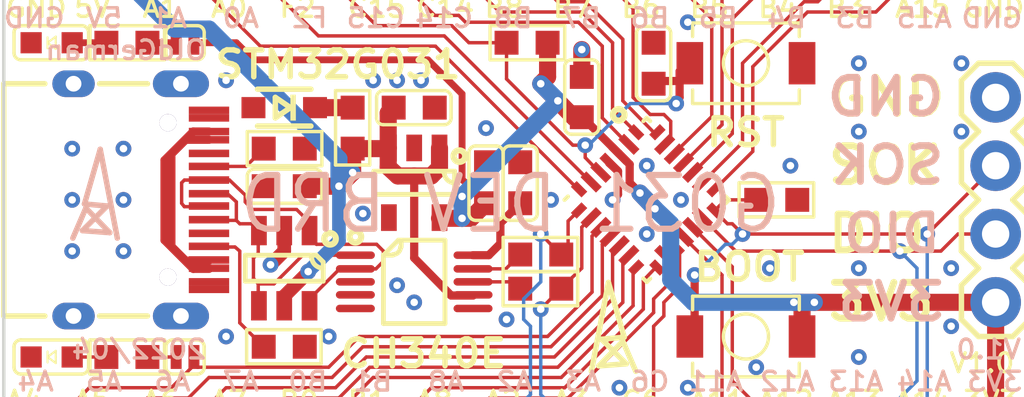
<source format=kicad_pcb>
(kicad_pcb (version 20171130) (host pcbnew "(5.1.6)-1")

  (general
    (thickness 1.6)
    (drawings 88)
    (tracks 362)
    (zones 0)
    (modules 32)
    (nets 43)
  )

  (page A4)
  (layers
    (0 F.Cu signal hide)
    (31 B.Cu signal hide)
    (32 B.Adhes user hide)
    (33 F.Adhes user hide)
    (34 B.Paste user hide)
    (35 F.Paste user hide)
    (36 B.SilkS user)
    (37 F.SilkS user hide)
    (38 B.Mask user hide)
    (39 F.Mask user hide)
    (40 Dwgs.User user hide)
    (41 Cmts.User user hide)
    (42 Eco1.User user hide)
    (43 Eco2.User user hide)
    (44 Edge.Cuts user hide)
    (45 Margin user hide)
    (46 B.CrtYd user hide)
    (47 F.CrtYd user hide)
    (48 B.Fab user hide)
    (49 F.Fab user hide)
  )

  (setup
    (last_trace_width 0.25)
    (trace_clearance 0.2)
    (zone_clearance 0.508)
    (zone_45_only no)
    (trace_min 0.2)
    (via_size 0.8)
    (via_drill 0.4)
    (via_min_size 0.4)
    (via_min_drill 0.3)
    (uvia_size 0.3)
    (uvia_drill 0.1)
    (uvias_allowed no)
    (uvia_min_size 0.2)
    (uvia_min_drill 0.1)
    (edge_width 0.05)
    (segment_width 0.2)
    (pcb_text_width 0.3)
    (pcb_text_size 1.5 1.5)
    (mod_edge_width 0.12)
    (mod_text_size 1 1)
    (mod_text_width 0.15)
    (pad_size 1.524 1.524)
    (pad_drill 0.762)
    (pad_to_mask_clearance 0.05)
    (aux_axis_origin 0 0)
    (visible_elements 7FFFFFFF)
    (pcbplotparams
      (layerselection 0x010fc_ffffffff)
      (usegerberextensions false)
      (usegerberattributes true)
      (usegerberadvancedattributes true)
      (creategerberjobfile true)
      (excludeedgelayer true)
      (linewidth 0.100000)
      (plotframeref false)
      (viasonmask false)
      (mode 1)
      (useauxorigin false)
      (hpglpennumber 1)
      (hpglpenspeed 20)
      (hpglpendiameter 15.000000)
      (psnegative false)
      (psa4output false)
      (plotreference true)
      (plotvalue true)
      (plotinvisibletext false)
      (padsonsilk false)
      (subtractmaskfromsilk false)
      (outputformat 1)
      (mirror false)
      (drillshape 1)
      (scaleselection 1)
      (outputdirectory ""))
  )

  (net 0 "")
  (net 1 PC15)
  (net 2 PC14)
  (net 3 PC6)
  (net 4 PB8)
  (net 5 PB7)
  (net 6 PB6)
  (net 7 PB5)
  (net 8 PB4)
  (net 9 PB3)
  (net 10 PB1)
  (net 11 PB0)
  (net 12 PA15)
  (net 13 PA13_SWDIO)
  (net 14 PA12)
  (net 15 PA11)
  (net 16 PA8)
  (net 17 PA7)
  (net 18 PA6)
  (net 19 PA5)
  (net 20 PA4)
  (net 21 PA3_RX)
  (net 22 PA2_TX)
  (net 23 PA1)
  (net 24 PA0)
  (net 25 NetR8_1)
  (net 26 NetLED2_1)
  (net 27 VCC)
  (net 28 PA14_SWCLK_B_O_O_T_0_)
  (net 29 PF2_N_R_S_T_)
  (net 30 NetR3_1)
  (net 31 NetR2_2)
  (net 32 NetR1_1)
  (net 33 NetLED1_1)
  (net 34 NetD1_2)
  (net 35 NetC1_2)
  (net 36 GND)
  (net 37 D-)
  (net 38 D+)
  (net 39 CH340E_TX)
  (net 40 CH340E_RX)
  (net 41 +5)
  (net 42 +3V3)

  (net_class Default 这是默认网络类。
    (clearance 0.2)
    (trace_width 0.25)
    (via_dia 0.8)
    (via_drill 0.4)
    (uvia_dia 0.3)
    (uvia_drill 0.1)
    (add_net +3V3)
    (add_net +5)
    (add_net CH340E_RX)
    (add_net CH340E_TX)
    (add_net D+)
    (add_net D-)
    (add_net GND)
    (add_net NetC1_2)
    (add_net NetD1_2)
    (add_net NetLED1_1)
    (add_net NetLED2_1)
    (add_net NetR1_1)
    (add_net NetR2_2)
    (add_net NetR3_1)
    (add_net NetR8_1)
    (add_net PA0)
    (add_net PA1)
    (add_net PA11)
    (add_net PA12)
    (add_net PA13_SWDIO)
    (add_net PA14_SWCLK_B_O_O_T_0_)
    (add_net PA15)
    (add_net PA2_TX)
    (add_net PA3_RX)
    (add_net PA4)
    (add_net PA5)
    (add_net PA6)
    (add_net PA7)
    (add_net PA8)
    (add_net PB0)
    (add_net PB1)
    (add_net PB3)
    (add_net PB4)
    (add_net PB5)
    (add_net PB6)
    (add_net PB7)
    (add_net PB8)
    (add_net PC14)
    (add_net PC15)
    (add_net PC6)
    (add_net PF2_N_R_S_T_)
    (add_net VCC)
  )

  (module 2.54MM_MALE_X15_1 (layer B.Cu) (tedit 625AD81D) (tstamp 625B111D)
    (at 1.28 19.06 180)
    (attr smd)
    (fp_text reference P2 (at -35.9664 3.1496 unlocked) (layer B.SilkS) hide
      (effects (font (size 1.332992 1.40208) (thickness 0.254)) (justify mirror))
    )
    (fp_text value CONN_X15 (at -33.02 -2.54 unlocked) (layer B.SilkS) hide
      (effects (font (size 1.332992 1.40208) (thickness 0.254)) (justify mirror))
    )
    (fp_line (start -19.685 1.27) (end -20.955 1.27) (layer B.SilkS) (width 0.2032))
    (fp_line (start -17.145 -1.27) (end -18.415 -1.27) (layer B.SilkS) (width 0.2032))
    (fp_line (start -18.415 -1.27) (end -19.05 -0.635) (layer B.SilkS) (width 0.2032))
    (fp_line (start -20.955 1.27) (end -21.59 0.635) (layer B.SilkS) (width 0.2032))
    (fp_line (start -19.05 -0.635) (end -19.685 -1.27) (layer B.SilkS) (width 0.2032))
    (fp_line (start -21.59 0.635) (end -22.225 1.27) (layer B.SilkS) (width 0.2032))
    (fp_line (start -22.225 1.27) (end -23.495 1.27) (layer B.SilkS) (width 0.2032))
    (fp_line (start -19.685 -1.27) (end -20.955 -1.27) (layer B.SilkS) (width 0.2032))
    (fp_line (start -20.955 -1.27) (end -21.59 -0.635) (layer B.SilkS) (width 0.2032))
    (fp_line (start -23.495 1.27) (end -24.13 0.635) (layer B.SilkS) (width 0.2032))
    (fp_line (start -21.59 -0.635) (end -22.225 -1.27) (layer B.SilkS) (width 0.2032))
    (fp_line (start -1.905 1.27) (end -3.175 1.27) (layer B.SilkS) (width 0.2032))
    (fp_line (start -24.13 0.635) (end -24.765 1.27) (layer B.SilkS) (width 0.2032))
    (fp_line (start 0.635 -1.27) (end -0.635 -1.27) (layer B.SilkS) (width 0.2032))
    (fp_line (start -24.765 1.27) (end -26.035 1.27) (layer B.SilkS) (width 0.2032))
    (fp_line (start -22.225 -1.27) (end -23.495 -1.27) (layer B.SilkS) (width 0.2032))
    (fp_line (start -23.495 -1.27) (end -24.13 -0.635) (layer B.SilkS) (width 0.2032))
    (fp_line (start -0.635 -1.27) (end -1.27 -0.635) (layer B.SilkS) (width 0.2032))
    (fp_line (start -26.035 1.27) (end -26.67 0.635) (layer B.SilkS) (width 0.2032))
    (fp_line (start -24.13 -0.635) (end -24.765 -1.27) (layer B.SilkS) (width 0.2032))
    (fp_line (start -26.67 0.635) (end -27.305 1.27) (layer B.SilkS) (width 0.2032))
    (fp_line (start -27.305 1.27) (end -28.575 1.27) (layer B.SilkS) (width 0.2032))
    (fp_line (start -24.765 -1.27) (end -26.035 -1.27) (layer B.SilkS) (width 0.2032))
    (fp_line (start -26.035 -1.27) (end -26.67 -0.635) (layer B.SilkS) (width 0.2032))
    (fp_line (start -28.575 1.27) (end -29.21 0.635) (layer B.SilkS) (width 0.2032))
    (fp_line (start -26.67 -0.635) (end -27.305 -1.27) (layer B.SilkS) (width 0.2032))
    (fp_line (start -29.21 0.635) (end -29.845 1.27) (layer B.SilkS) (width 0.2032))
    (fp_line (start -29.845 1.27) (end -31.115 1.27) (layer B.SilkS) (width 0.2032))
    (fp_line (start -27.305 -1.27) (end -28.575 -1.27) (layer B.SilkS) (width 0.2032))
    (fp_line (start -28.575 -1.27) (end -29.21 -0.635) (layer B.SilkS) (width 0.2032))
    (fp_line (start -31.115 1.27) (end -31.75 0.635) (layer B.SilkS) (width 0.2032))
    (fp_line (start -29.21 -0.635) (end -29.845 -1.27) (layer B.SilkS) (width 0.2032))
    (fp_line (start -31.75 0.635) (end -32.385 1.27) (layer B.SilkS) (width 0.2032))
    (fp_line (start -32.385 1.27) (end -33.655 1.27) (layer B.SilkS) (width 0.2032))
    (fp_line (start -29.845 -1.27) (end -31.115 -1.27) (layer B.SilkS) (width 0.2032))
    (fp_line (start -31.115 -1.27) (end -31.75 -0.635) (layer B.SilkS) (width 0.2032))
    (fp_line (start -33.655 1.27) (end -34.29 0.635) (layer B.SilkS) (width 0.2032))
    (fp_line (start -31.75 -0.635) (end -32.385 -1.27) (layer B.SilkS) (width 0.2032))
    (fp_line (start -34.29 0.635) (end -34.925 1.27) (layer B.SilkS) (width 0.2032))
    (fp_line (start -34.925 1.27) (end -36.195 1.27) (layer B.SilkS) (width 0.2032))
    (fp_line (start -32.385 -1.27) (end -33.655 -1.27) (layer B.SilkS) (width 0.2032))
    (fp_line (start -33.655 -1.27) (end -34.29 -0.635) (layer B.SilkS) (width 0.2032))
    (fp_line (start -36.195 1.27) (end -36.83 0.635) (layer B.SilkS) (width 0.2032))
    (fp_line (start -34.29 -0.635) (end -34.925 -1.27) (layer B.SilkS) (width 0.2032))
    (fp_line (start -3.175 1.27) (end -3.81 0.635) (layer B.SilkS) (width 0.2032))
    (fp_line (start -1.27 -0.635) (end -1.905 -1.27) (layer B.SilkS) (width 0.2032))
    (fp_line (start -36.83 0.635) (end -36.83 -0.635) (layer B.SilkS) (width 0.2032))
    (fp_line (start -34.925 -1.27) (end -36.195 -1.27) (layer B.SilkS) (width 0.2032))
    (fp_line (start -36.195 -1.27) (end -36.83 -0.635) (layer B.SilkS) (width 0.2032))
    (fp_line (start -3.81 0.635) (end -4.445 1.27) (layer B.SilkS) (width 0.2032))
    (fp_line (start -4.445 1.27) (end -5.715 1.27) (layer B.SilkS) (width 0.2032))
    (fp_line (start -1.905 -1.27) (end -3.175 -1.27) (layer B.SilkS) (width 0.2032))
    (fp_line (start -3.175 -1.27) (end -3.81 -0.635) (layer B.SilkS) (width 0.2032))
    (fp_line (start -5.715 1.27) (end -6.35 0.635) (layer B.SilkS) (width 0.2032))
    (fp_line (start -3.81 -0.635) (end -4.445 -1.27) (layer B.SilkS) (width 0.2032))
    (fp_line (start -6.35 0.635) (end -6.985 1.27) (layer B.SilkS) (width 0.2032))
    (fp_line (start -6.985 1.27) (end -8.255 1.27) (layer B.SilkS) (width 0.2032))
    (fp_line (start -4.445 -1.27) (end -5.715 -1.27) (layer B.SilkS) (width 0.2032))
    (fp_line (start -5.715 -1.27) (end -6.35 -0.635) (layer B.SilkS) (width 0.2032))
    (fp_line (start -8.255 1.27) (end -8.89 0.635) (layer B.SilkS) (width 0.2032))
    (fp_line (start -6.35 -0.635) (end -6.985 -1.27) (layer B.SilkS) (width 0.2032))
    (fp_line (start -8.89 0.635) (end -9.525 1.27) (layer B.SilkS) (width 0.2032))
    (fp_line (start -9.525 1.27) (end -10.795 1.27) (layer B.SilkS) (width 0.2032))
    (fp_line (start -6.985 -1.27) (end -8.255 -1.27) (layer B.SilkS) (width 0.2032))
    (fp_line (start -8.255 -1.27) (end -8.89 -0.635) (layer B.SilkS) (width 0.2032))
    (fp_line (start 1.27 0.635) (end 1.27 -0.635) (layer B.SilkS) (width 0.2032))
    (fp_line (start -10.795 1.27) (end -11.43 0.635) (layer B.SilkS) (width 0.2032))
    (fp_line (start -8.89 -0.635) (end -9.525 -1.27) (layer B.SilkS) (width 0.2032))
    (fp_line (start -0.635 1.27) (end -1.27 0.635) (layer B.SilkS) (width 0.2032))
    (fp_line (start -11.43 0.635) (end -12.065 1.27) (layer B.SilkS) (width 0.2032))
    (fp_line (start 1.27 -0.635) (end 0.635 -1.27) (layer B.SilkS) (width 0.2032))
    (fp_line (start 1.27 0.635) (end 0.635 1.27) (layer B.SilkS) (width 0.2032))
    (fp_line (start -12.065 1.27) (end -13.335 1.27) (layer B.SilkS) (width 0.2032))
    (fp_line (start -9.525 -1.27) (end -10.795 -1.27) (layer B.SilkS) (width 0.2032))
    (fp_line (start 0.635 1.27) (end -0.635 1.27) (layer B.SilkS) (width 0.2032))
    (fp_line (start -10.795 -1.27) (end -11.43 -0.635) (layer B.SilkS) (width 0.2032))
    (fp_line (start -1.27 0.635) (end -1.905 1.27) (layer B.SilkS) (width 0.2032))
    (fp_line (start -13.335 1.27) (end -13.97 0.635) (layer B.SilkS) (width 0.2032))
    (fp_line (start -11.43 -0.635) (end -12.065 -1.27) (layer B.SilkS) (width 0.2032))
    (fp_line (start -13.97 0.635) (end -14.605 1.27) (layer B.SilkS) (width 0.2032))
    (fp_line (start -14.605 1.27) (end -15.875 1.27) (layer B.SilkS) (width 0.2032))
    (fp_line (start -12.065 -1.27) (end -13.335 -1.27) (layer B.SilkS) (width 0.2032))
    (fp_line (start -13.335 -1.27) (end -13.97 -0.635) (layer B.SilkS) (width 0.2032))
    (fp_line (start -15.875 1.27) (end -16.51 0.635) (layer B.SilkS) (width 0.2032))
    (fp_line (start -13.97 -0.635) (end -14.605 -1.27) (layer B.SilkS) (width 0.2032))
    (fp_line (start -16.51 0.635) (end -17.145 1.27) (layer B.SilkS) (width 0.2032))
    (fp_line (start -17.145 1.27) (end -18.415 1.27) (layer B.SilkS) (width 0.2032))
    (fp_line (start -14.605 -1.27) (end -15.875 -1.27) (layer B.SilkS) (width 0.2032))
    (fp_line (start -15.875 -1.27) (end -16.51 -0.635) (layer B.SilkS) (width 0.2032))
    (fp_line (start -18.415 1.27) (end -19.05 0.635) (layer B.SilkS) (width 0.2032))
    (fp_line (start -16.51 -0.635) (end -17.145 -1.27) (layer B.SilkS) (width 0.2032))
    (fp_line (start -19.05 0.635) (end -19.685 1.27) (layer B.SilkS) (width 0.2032))
    (fp_poly (pts (xy -0.254 0.254) (xy 0.254 0.254) (xy 0.254 -0.254) (xy -0.254 -0.254)) (layer Dwgs.User) (width 0))
    (pad 1 thru_hole circle (at 0 0 270) (size 1.8796 1.8796) (drill 1.016) (layers *.Cu *.Mask)
      (net 20 PA4))
    (pad 2 thru_hole circle (at -2.54 0 270) (size 1.8796 1.8796) (drill 1.016) (layers *.Cu *.Mask)
      (net 19 PA5))
    (pad 3 thru_hole circle (at -5.08 0 270) (size 1.8796 1.8796) (drill 1.016) (layers *.Cu *.Mask)
      (net 18 PA6))
    (pad 4 thru_hole circle (at -7.62 0 270) (size 1.8796 1.8796) (drill 1.016) (layers *.Cu *.Mask)
      (net 17 PA7))
    (pad 5 thru_hole circle (at -10.16 0 270) (size 1.8796 1.8796) (drill 1.016) (layers *.Cu *.Mask)
      (net 11 PB0))
    (pad 6 thru_hole circle (at -12.7 0 270) (size 1.8796 1.8796) (drill 1.016) (layers *.Cu *.Mask)
      (net 10 PB1))
    (pad 7 thru_hole circle (at -15.24 0 270) (size 1.8796 1.8796) (drill 1.016) (layers *.Cu *.Mask)
      (net 16 PA8))
    (pad 8 thru_hole circle (at -17.78 0 270) (size 1.8796 1.8796) (drill 1.016) (layers *.Cu *.Mask)
      (net 22 PA2_TX))
    (pad 9 thru_hole circle (at -20.32 0 270) (size 1.8796 1.8796) (drill 1.016) (layers *.Cu *.Mask)
      (net 21 PA3_RX))
    (pad 10 thru_hole circle (at -22.86 0 270) (size 1.8796 1.8796) (drill 1.016) (layers *.Cu *.Mask)
      (net 3 PC6))
    (pad 11 thru_hole circle (at -25.4 0 270) (size 1.8796 1.8796) (drill 1.016) (layers *.Cu *.Mask)
      (net 15 PA11))
    (pad 12 thru_hole circle (at -27.94 0 270) (size 1.8796 1.8796) (drill 1.016) (layers *.Cu *.Mask)
      (net 14 PA12))
    (pad 13 thru_hole circle (at -30.48 0 270) (size 1.8796 1.8796) (drill 1.016) (layers *.Cu *.Mask)
      (net 13 PA13_SWDIO))
    (pad 14 thru_hole circle (at -33.02 0 270) (size 1.8796 1.8796) (drill 1.016) (layers *.Cu *.Mask)
      (net 28 PA14_SWCLK_B_O_O_T_0_))
    (pad 15 thru_hole circle (at -35.56 0 270) (size 1.8796 1.8796) (drill 1.016) (layers *.Cu *.Mask)
      (net 42 +3V3))
  )

  (module 2.54MM_MALE_X15_1 (layer B.Cu) (tedit 625AD7B4) (tstamp 625AE11C)
    (at 1.28 1.28 180)
    (attr smd)
    (fp_text reference P3 (at -38.7096 -0.4064 270 unlocked) (layer B.SilkS) hide
      (effects (font (size 1.332992 1.40208) (thickness 0.254)) (justify mirror))
    )
    (fp_text value CONN_X15 (at 2.6162 2.9718 270 unlocked) (layer B.SilkS) hide
      (effects (font (size 1.332992 1.40208) (thickness 0.254)) (justify mirror))
    )
    (fp_line (start -19.685 1.27) (end -20.955 1.27) (layer B.SilkS) (width 0.2032))
    (fp_line (start -17.145 -1.27) (end -18.415 -1.27) (layer B.SilkS) (width 0.2032))
    (fp_line (start -18.415 -1.27) (end -19.05 -0.635) (layer B.SilkS) (width 0.2032))
    (fp_line (start -20.955 1.27) (end -21.59 0.635) (layer B.SilkS) (width 0.2032))
    (fp_line (start -19.05 -0.635) (end -19.685 -1.27) (layer B.SilkS) (width 0.2032))
    (fp_line (start -21.59 0.635) (end -22.225 1.27) (layer B.SilkS) (width 0.2032))
    (fp_line (start -22.225 1.27) (end -23.495 1.27) (layer B.SilkS) (width 0.2032))
    (fp_line (start -19.685 -1.27) (end -20.955 -1.27) (layer B.SilkS) (width 0.2032))
    (fp_line (start -20.955 -1.27) (end -21.59 -0.635) (layer B.SilkS) (width 0.2032))
    (fp_line (start -23.495 1.27) (end -24.13 0.635) (layer B.SilkS) (width 0.2032))
    (fp_line (start -21.59 -0.635) (end -22.225 -1.27) (layer B.SilkS) (width 0.2032))
    (fp_line (start -1.905 1.27) (end -3.175 1.27) (layer B.SilkS) (width 0.2032))
    (fp_line (start -24.13 0.635) (end -24.765 1.27) (layer B.SilkS) (width 0.2032))
    (fp_line (start 0.635 -1.27) (end -0.635 -1.27) (layer B.SilkS) (width 0.2032))
    (fp_line (start -24.765 1.27) (end -26.035 1.27) (layer B.SilkS) (width 0.2032))
    (fp_line (start -22.225 -1.27) (end -23.495 -1.27) (layer B.SilkS) (width 0.2032))
    (fp_line (start -23.495 -1.27) (end -24.13 -0.635) (layer B.SilkS) (width 0.2032))
    (fp_line (start -0.635 -1.27) (end -1.27 -0.635) (layer B.SilkS) (width 0.2032))
    (fp_line (start -26.035 1.27) (end -26.67 0.635) (layer B.SilkS) (width 0.2032))
    (fp_line (start -24.13 -0.635) (end -24.765 -1.27) (layer B.SilkS) (width 0.2032))
    (fp_line (start -26.67 0.635) (end -27.305 1.27) (layer B.SilkS) (width 0.2032))
    (fp_line (start -27.305 1.27) (end -28.575 1.27) (layer B.SilkS) (width 0.2032))
    (fp_line (start -24.765 -1.27) (end -26.035 -1.27) (layer B.SilkS) (width 0.2032))
    (fp_line (start -26.035 -1.27) (end -26.67 -0.635) (layer B.SilkS) (width 0.2032))
    (fp_line (start -28.575 1.27) (end -29.21 0.635) (layer B.SilkS) (width 0.2032))
    (fp_line (start -26.67 -0.635) (end -27.305 -1.27) (layer B.SilkS) (width 0.2032))
    (fp_line (start -29.21 0.635) (end -29.845 1.27) (layer B.SilkS) (width 0.2032))
    (fp_line (start -29.845 1.27) (end -31.115 1.27) (layer B.SilkS) (width 0.2032))
    (fp_line (start -27.305 -1.27) (end -28.575 -1.27) (layer B.SilkS) (width 0.2032))
    (fp_line (start -28.575 -1.27) (end -29.21 -0.635) (layer B.SilkS) (width 0.2032))
    (fp_line (start -31.115 1.27) (end -31.75 0.635) (layer B.SilkS) (width 0.2032))
    (fp_line (start -29.21 -0.635) (end -29.845 -1.27) (layer B.SilkS) (width 0.2032))
    (fp_line (start -31.75 0.635) (end -32.385 1.27) (layer B.SilkS) (width 0.2032))
    (fp_line (start -32.385 1.27) (end -33.655 1.27) (layer B.SilkS) (width 0.2032))
    (fp_line (start -29.845 -1.27) (end -31.115 -1.27) (layer B.SilkS) (width 0.2032))
    (fp_line (start -31.115 -1.27) (end -31.75 -0.635) (layer B.SilkS) (width 0.2032))
    (fp_line (start -33.655 1.27) (end -34.29 0.635) (layer B.SilkS) (width 0.2032))
    (fp_line (start -31.75 -0.635) (end -32.385 -1.27) (layer B.SilkS) (width 0.2032))
    (fp_line (start -34.29 0.635) (end -34.925 1.27) (layer B.SilkS) (width 0.2032))
    (fp_line (start -34.925 1.27) (end -36.195 1.27) (layer B.SilkS) (width 0.2032))
    (fp_line (start -32.385 -1.27) (end -33.655 -1.27) (layer B.SilkS) (width 0.2032))
    (fp_line (start -33.655 -1.27) (end -34.29 -0.635) (layer B.SilkS) (width 0.2032))
    (fp_line (start -36.195 1.27) (end -36.83 0.635) (layer B.SilkS) (width 0.2032))
    (fp_line (start -34.29 -0.635) (end -34.925 -1.27) (layer B.SilkS) (width 0.2032))
    (fp_line (start -3.175 1.27) (end -3.81 0.635) (layer B.SilkS) (width 0.2032))
    (fp_line (start -1.27 -0.635) (end -1.905 -1.27) (layer B.SilkS) (width 0.2032))
    (fp_line (start -36.83 0.635) (end -36.83 -0.635) (layer B.SilkS) (width 0.2032))
    (fp_line (start -34.925 -1.27) (end -36.195 -1.27) (layer B.SilkS) (width 0.2032))
    (fp_line (start -36.195 -1.27) (end -36.83 -0.635) (layer B.SilkS) (width 0.2032))
    (fp_line (start -3.81 0.635) (end -4.445 1.27) (layer B.SilkS) (width 0.2032))
    (fp_line (start -4.445 1.27) (end -5.715 1.27) (layer B.SilkS) (width 0.2032))
    (fp_line (start -1.905 -1.27) (end -3.175 -1.27) (layer B.SilkS) (width 0.2032))
    (fp_line (start -3.175 -1.27) (end -3.81 -0.635) (layer B.SilkS) (width 0.2032))
    (fp_line (start -5.715 1.27) (end -6.35 0.635) (layer B.SilkS) (width 0.2032))
    (fp_line (start -3.81 -0.635) (end -4.445 -1.27) (layer B.SilkS) (width 0.2032))
    (fp_line (start -6.35 0.635) (end -6.985 1.27) (layer B.SilkS) (width 0.2032))
    (fp_line (start -6.985 1.27) (end -8.255 1.27) (layer B.SilkS) (width 0.2032))
    (fp_line (start -4.445 -1.27) (end -5.715 -1.27) (layer B.SilkS) (width 0.2032))
    (fp_line (start -5.715 -1.27) (end -6.35 -0.635) (layer B.SilkS) (width 0.2032))
    (fp_line (start -8.255 1.27) (end -8.89 0.635) (layer B.SilkS) (width 0.2032))
    (fp_line (start -6.35 -0.635) (end -6.985 -1.27) (layer B.SilkS) (width 0.2032))
    (fp_line (start -8.89 0.635) (end -9.525 1.27) (layer B.SilkS) (width 0.2032))
    (fp_line (start -9.525 1.27) (end -10.795 1.27) (layer B.SilkS) (width 0.2032))
    (fp_line (start -6.985 -1.27) (end -8.255 -1.27) (layer B.SilkS) (width 0.2032))
    (fp_line (start -8.255 -1.27) (end -8.89 -0.635) (layer B.SilkS) (width 0.2032))
    (fp_line (start 1.27 0.635) (end 1.27 -0.635) (layer B.SilkS) (width 0.2032))
    (fp_line (start -10.795 1.27) (end -11.43 0.635) (layer B.SilkS) (width 0.2032))
    (fp_line (start -8.89 -0.635) (end -9.525 -1.27) (layer B.SilkS) (width 0.2032))
    (fp_line (start -0.635 1.27) (end -1.27 0.635) (layer B.SilkS) (width 0.2032))
    (fp_line (start -11.43 0.635) (end -12.065 1.27) (layer B.SilkS) (width 0.2032))
    (fp_line (start 1.27 -0.635) (end 0.635 -1.27) (layer B.SilkS) (width 0.2032))
    (fp_line (start 1.27 0.635) (end 0.635 1.27) (layer B.SilkS) (width 0.2032))
    (fp_line (start -12.065 1.27) (end -13.335 1.27) (layer B.SilkS) (width 0.2032))
    (fp_line (start -9.525 -1.27) (end -10.795 -1.27) (layer B.SilkS) (width 0.2032))
    (fp_line (start 0.635 1.27) (end -0.635 1.27) (layer B.SilkS) (width 0.2032))
    (fp_line (start -10.795 -1.27) (end -11.43 -0.635) (layer B.SilkS) (width 0.2032))
    (fp_line (start -1.27 0.635) (end -1.905 1.27) (layer B.SilkS) (width 0.2032))
    (fp_line (start -13.335 1.27) (end -13.97 0.635) (layer B.SilkS) (width 0.2032))
    (fp_line (start -11.43 -0.635) (end -12.065 -1.27) (layer B.SilkS) (width 0.2032))
    (fp_line (start -13.97 0.635) (end -14.605 1.27) (layer B.SilkS) (width 0.2032))
    (fp_line (start -14.605 1.27) (end -15.875 1.27) (layer B.SilkS) (width 0.2032))
    (fp_line (start -12.065 -1.27) (end -13.335 -1.27) (layer B.SilkS) (width 0.2032))
    (fp_line (start -13.335 -1.27) (end -13.97 -0.635) (layer B.SilkS) (width 0.2032))
    (fp_line (start -15.875 1.27) (end -16.51 0.635) (layer B.SilkS) (width 0.2032))
    (fp_line (start -13.97 -0.635) (end -14.605 -1.27) (layer B.SilkS) (width 0.2032))
    (fp_line (start -16.51 0.635) (end -17.145 1.27) (layer B.SilkS) (width 0.2032))
    (fp_line (start -17.145 1.27) (end -18.415 1.27) (layer B.SilkS) (width 0.2032))
    (fp_line (start -14.605 -1.27) (end -15.875 -1.27) (layer B.SilkS) (width 0.2032))
    (fp_line (start -15.875 -1.27) (end -16.51 -0.635) (layer B.SilkS) (width 0.2032))
    (fp_line (start -18.415 1.27) (end -19.05 0.635) (layer B.SilkS) (width 0.2032))
    (fp_line (start -16.51 -0.635) (end -17.145 -1.27) (layer B.SilkS) (width 0.2032))
    (fp_line (start -19.05 0.635) (end -19.685 1.27) (layer B.SilkS) (width 0.2032))
    (fp_poly (pts (xy -0.254 0.254) (xy 0.254 0.254) (xy 0.254 -0.254) (xy -0.254 -0.254)) (layer Dwgs.User) (width 0))
    (pad 1 thru_hole circle (at 0 0 270) (size 1.8796 1.8796) (drill 1.016) (layers *.Cu *.Mask)
      (net 36 GND))
    (pad 2 thru_hole circle (at -2.54 0 270) (size 1.8796 1.8796) (drill 1.016) (layers *.Cu *.Mask)
      (net 27 VCC))
    (pad 3 thru_hole circle (at -5.08 0 270) (size 1.8796 1.8796) (drill 1.016) (layers *.Cu *.Mask)
      (net 23 PA1))
    (pad 4 thru_hole circle (at -7.62 0 270) (size 1.8796 1.8796) (drill 1.016) (layers *.Cu *.Mask)
      (net 24 PA0))
    (pad 5 thru_hole circle (at -10.16 0 270) (size 1.8796 1.8796) (drill 1.016) (layers *.Cu *.Mask)
      (net 29 PF2_N_R_S_T_))
    (pad 6 thru_hole circle (at -12.7 0 270) (size 1.8796 1.8796) (drill 1.016) (layers *.Cu *.Mask)
      (net 1 PC15))
    (pad 7 thru_hole circle (at -15.24 0 270) (size 1.8796 1.8796) (drill 1.016) (layers *.Cu *.Mask)
      (net 2 PC14))
    (pad 8 thru_hole circle (at -17.78 0 270) (size 1.8796 1.8796) (drill 1.016) (layers *.Cu *.Mask)
      (net 4 PB8))
    (pad 9 thru_hole circle (at -20.32 0 270) (size 1.8796 1.8796) (drill 1.016) (layers *.Cu *.Mask)
      (net 5 PB7))
    (pad 10 thru_hole circle (at -22.86 0 270) (size 1.8796 1.8796) (drill 1.016) (layers *.Cu *.Mask)
      (net 6 PB6))
    (pad 11 thru_hole circle (at -25.4 0 270) (size 1.8796 1.8796) (drill 1.016) (layers *.Cu *.Mask)
      (net 7 PB5))
    (pad 12 thru_hole circle (at -27.94 0 270) (size 1.8796 1.8796) (drill 1.016) (layers *.Cu *.Mask)
      (net 8 PB4))
    (pad 13 thru_hole circle (at -30.48 0 270) (size 1.8796 1.8796) (drill 1.016) (layers *.Cu *.Mask)
      (net 9 PB3))
    (pad 14 thru_hole circle (at -33.02 0 270) (size 1.8796 1.8796) (drill 1.016) (layers *.Cu *.Mask)
      (net 12 PA15))
    (pad 15 thru_hole circle (at -35.56 0 270) (size 1.8796 1.8796) (drill 1.016) (layers *.Cu *.Mask)
      (net 36 GND))
  )

  (module UFQFPN28-4x4mm_ODG_1 (layer F.Cu) (tedit 0) (tstamp 0)
    (at 23.886 10.17 315)
    (attr smd)
    (fp_text reference U1 (at -5.118746 -2.209143 unlocked) (layer F.SilkS) hide
      (effects (font (size 1.332992 1.40208) (thickness 0.254)))
    )
    (fp_text value STM32G031G8U6 (at 5.334272 0.161645 unlocked) (layer F.SilkS) hide
      (effects (font (size 1.332992 1.40208) (thickness 0.254)))
    )
    (fp_line (start 2.032 0.1524) (end 2.032 -0.1524) (layer Dwgs.User) (width 0.0254))
    (fp_line (start -0.1524 -2.032) (end 0.1524 -2.032) (layer Dwgs.User) (width 0.0254))
    (fp_line (start -2.032 0.635) (end -2.032 0.3302) (layer Dwgs.User) (width 0.0254))
    (fp_line (start -0.635 2.032) (end -0.3302 2.032) (layer Dwgs.User) (width 0.0254))
    (fp_line (start 2.032 -0.3302) (end 2.032 -0.635) (layer Dwgs.User) (width 0.0254))
    (fp_line (start 0.3302 -2.032) (end 0.635 -2.032) (layer Dwgs.User) (width 0.0254))
    (fp_line (start -2.032 1.143) (end -2.032 0.8382) (layer Dwgs.User) (width 0.0254))
    (fp_line (start -1.143 2.032) (end -0.8382 2.032) (layer Dwgs.User) (width 0.0254))
    (fp_line (start -2.032 -1.3462) (end -2.032 -1.651) (layer Dwgs.User) (width 0.0254))
    (fp_line (start 2.032 -0.8382) (end 2.032 -1.143) (layer Dwgs.User) (width 0.0254))
    (fp_line (start 0.8382 -2.032) (end 1.143 -2.032) (layer Dwgs.User) (width 0.0254))
    (fp_line (start -2.032 1.651) (end -2.032 1.3462) (layer Dwgs.User) (width 0.0254))
    (fp_line (start -1.651 2.032) (end -1.3462 2.032) (layer Dwgs.User) (width 0.0254))
    (fp_line (start 2.032 2.032) (end 2.032 -2.032) (layer Dwgs.User) (width 0.0254))
    (fp_line (start 2.032 -1.3462) (end 2.032 -1.651) (layer Dwgs.User) (width 0.0254))
    (fp_line (start 1.3462 -2.032) (end 1.651 -2.032) (layer Dwgs.User) (width 0.0254))
    (fp_line (start -2.032 -2.032) (end 2.032 -2.032) (layer Dwgs.User) (width 0.0254))
    (fp_line (start -2.032 2.032) (end -2.032 -2.032) (layer Dwgs.User) (width 0.0254))
    (fp_line (start 1.3462 2.032) (end 1.651 2.032) (layer Dwgs.User) (width 0.0254))
    (fp_line (start 2.032 1.651) (end 2.032 1.3462) (layer Dwgs.User) (width 0.0254))
    (fp_line (start -2.032 -0.8382) (end -2.032 -1.143) (layer Dwgs.User) (width 0.0254))
    (fp_line (start -1.651 -2.032) (end -1.3462 -2.032) (layer Dwgs.User) (width 0.0254))
    (fp_line (start 0.8382 2.032) (end 1.143 2.032) (layer Dwgs.User) (width 0.0254))
    (fp_line (start -2.032 -0.762) (end -0.762 -2.032) (layer Dwgs.User) (width 0.0254))
    (fp_line (start 2.032 1.143) (end 2.032 0.8382) (layer Dwgs.User) (width 0.0254))
    (fp_line (start -1.143 -2.032) (end -0.8382 -2.032) (layer Dwgs.User) (width 0.0254))
    (fp_line (start -2.032 -0.3302) (end -2.032 -0.635) (layer Dwgs.User) (width 0.0254))
    (fp_line (start 0.3302 2.032) (end 0.635 2.032) (layer Dwgs.User) (width 0.0254))
    (fp_line (start 2.032 0.635) (end 2.032 0.3302) (layer Dwgs.User) (width 0.0254))
    (fp_line (start -0.635 -2.032) (end -0.3302 -2.032) (layer Dwgs.User) (width 0.0254))
    (fp_line (start -2.032 0.1524) (end -2.032 -0.1524) (layer Dwgs.User) (width 0.0254))
    (fp_line (start -0.1524 2.032) (end 0.1524 2.032) (layer Dwgs.User) (width 0.0254))
    (fp_line (start -1.4732 -1.5494) (end -1.3462 -1.5494) (layer Dwgs.User) (width 0.1))
    (fp_line (start -1.7018 -1.7526) (end -1.7018 -1.9304) (layer Dwgs.User) (width 0.1))
    (fp_line (start -1.651 -1.778) (end -1.651 -1.8796) (layer Dwgs.User) (width 0.1))
    (fp_line (start -1.4732 -1.6002) (end -1.3462 -1.6002) (layer Dwgs.User) (width 0.1))
    (fp_line (start -1.3462 -1.8796) (end -1.3462 -1.6002) (layer Dwgs.User) (width 0.1))
    (fp_line (start -2.54 1.7272) (end -2.286 1.7272) (layer Dwgs.User) (width 0.1524))
    (fp_line (start -1.7272 2.54) (end -1.7272 2.286) (layer Dwgs.User) (width 0.1524))
    (fp_line (start -2.286 2.286) (end -1.7272 2.286) (layer Dwgs.User) (width 0.1524))
    (fp_line (start 1.7272 2.286) (end 2.286 2.286) (layer Dwgs.User) (width 0.1524))
    (fp_line (start 2.54 1.7272) (end 2.54 -1.7272) (layer Dwgs.User) (width 0.1524))
    (fp_line (start -1.7272 -2.54) (end 1.7272 -2.54) (layer Dwgs.User) (width 0.1524))
    (fp_line (start 2.286 -1.7272) (end 2.54 -1.7272) (layer Dwgs.User) (width 0.1524))
    (fp_line (start 1.7272 -2.286) (end 1.7272 -2.54) (layer Dwgs.User) (width 0.1524))
    (fp_line (start -2.286 -1.7272) (end -2.286 -2.286) (layer Dwgs.User) (width 0.1524))
    (fp_line (start 2.286 -1.7272) (end 2.286 -2.286) (layer Dwgs.User) (width 0.1524))
    (fp_line (start 1.7272 -2.286) (end 2.286 -2.286) (layer Dwgs.User) (width 0.1524))
    (fp_line (start -1.651 -1.8796) (end -1.3462 -1.8796) (layer Dwgs.User) (width 0.1))
    (fp_line (start -1.2954 -1.6002) (end -1.2954 -1.9304) (layer Dwgs.User) (width 0.1))
    (fp_line (start -1.7018 -1.9304) (end -1.2954 -1.9304) (layer Dwgs.User) (width 0.1))
    (fp_line (start 0 0.4318) (end 0 -0.4318) (layer Dwgs.User) (width 0.0762))
    (fp_line (start -0.4318 0) (end 0.4318 0) (layer Dwgs.User) (width 0.0762))
    (fp_line (start -2.54 1.7272) (end -2.54 -1.7272) (layer Dwgs.User) (width 0.1524))
    (fp_line (start -1.7272 2.54) (end 1.7272 2.54) (layer Dwgs.User) (width 0.1524))
    (fp_line (start 2.286 2.286) (end 2.286 1.7272) (layer Dwgs.User) (width 0.1524))
    (fp_line (start -2.286 -2.286) (end -1.7272 -2.286) (layer Dwgs.User) (width 0.1524))
    (fp_line (start -1.7018 -1.7526) (end -1.4732 -1.5494) (layer Dwgs.User) (width 0.1))
    (fp_line (start 2.286 1.7272) (end 2.54 1.7272) (layer Dwgs.User) (width 0.1524))
    (fp_line (start -1.7272 -2.286) (end -1.7272 -2.54) (layer Dwgs.User) (width 0.1524))
    (fp_line (start 1.7272 2.54) (end 1.7272 2.286) (layer Dwgs.User) (width 0.1524))
    (fp_line (start -2.54 -1.7272) (end -2.286 -1.7272) (layer Dwgs.User) (width 0.1524))
    (fp_line (start -1.651 -1.778) (end -1.4732 -1.6002) (layer Dwgs.User) (width 0.1))
    (fp_line (start -2.159 2.159) (end -2.159 1.9812) (layer F.SilkS) (width 0.1524))
    (fp_line (start 1.9812 2.159) (end 2.159 2.159) (layer F.SilkS) (width 0.1524))
    (fp_line (start 2.159 -1.9812) (end 2.159 -2.159) (layer F.SilkS) (width 0.1524))
    (fp_line (start 1.9812 -2.159) (end 2.159 -2.159) (layer F.SilkS) (width 0.1524))
    (fp_line (start -2.159 -1.9812) (end -2.159 -2.159) (layer F.SilkS) (width 0.1524))
    (fp_line (start 2.159 2.159) (end 2.159 1.9812) (layer F.SilkS) (width 0.1524))
    (fp_line (start -2.159 -2.159) (end -1.9812 -2.159) (layer F.SilkS) (width 0.1524))
    (fp_circle (center -2.9718 -1.4986) (end -2.8702 -1.4986) (layer F.SilkS) (width 0.2286))
    (fp_arc (start -1.3462 -1.6002) (end -1.3462 -1.5494) (angle -90) (layer Dwgs.User) (width 0.1))
    (pad 1 smd rect (at -2.0574 -1.4986 225) (size 0.3048 0.5588) (layers F.Cu F.Paste F.Mask)
      (net 2 PC14))
    (pad 2 smd rect (at -1.9304 -0.9906 225) (size 0.3048 0.8128) (layers F.Cu F.Paste F.Mask)
      (net 1 PC15))
    (pad 3 smd rect (at -1.9304 -0.4826 225) (size 0.3048 0.8128) (layers F.Cu F.Paste F.Mask)
      (net 42 +3V3))
    (pad 4 smd rect (at -1.9304 0 225) (size 0.3048 0.8128) (layers F.Cu F.Paste F.Mask)
      (net 36 GND))
    (pad 5 smd rect (at -1.9304 0.4826 225) (size 0.3048 0.8128) (layers F.Cu F.Paste F.Mask)
      (net 29 PF2_N_R_S_T_))
    (pad 6 smd rect (at -1.9304 0.9906 225) (size 0.3048 0.8128) (layers F.Cu F.Paste F.Mask)
      (net 24 PA0))
    (pad 7 smd rect (at -2.0574 1.4986 225) (size 0.3048 0.5588) (layers F.Cu F.Paste F.Mask)
      (net 23 PA1))
    (pad 8 smd rect (at -1.4986 2.0574 135) (size 0.3048 0.5588) (layers F.Cu F.Paste F.Mask)
      (net 22 PA2_TX))
    (pad 9 smd rect (at -0.9906 1.9304 135) (size 0.3048 0.8128) (layers F.Cu F.Paste F.Mask)
      (net 21 PA3_RX))
    (pad 10 smd rect (at -0.4826 1.9304 135) (size 0.3048 0.8128) (layers F.Cu F.Paste F.Mask)
      (net 20 PA4))
    (pad 11 smd rect (at 0 1.9304 135) (size 0.3048 0.8128) (layers F.Cu F.Paste F.Mask)
      (net 19 PA5))
    (pad 12 smd rect (at 0.4826 1.9304 135) (size 0.3048 0.8128) (layers F.Cu F.Paste F.Mask)
      (net 18 PA6))
    (pad 13 smd rect (at 0.9906 1.9304 135) (size 0.3048 0.8128) (layers F.Cu F.Paste F.Mask)
      (net 17 PA7))
    (pad 14 smd rect (at 1.4986 2.0574 135) (size 0.3048 0.5588) (layers F.Cu F.Paste F.Mask)
      (net 11 PB0))
    (pad 15 smd rect (at 2.0574 1.4986 225) (size 0.3048 0.5588) (layers F.Cu F.Paste F.Mask)
      (net 10 PB1))
    (pad 16 smd rect (at 1.9304 0.9906 225) (size 0.3048 0.8128) (layers F.Cu F.Paste F.Mask)
      (net 16 PA8))
    (pad 17 smd rect (at 1.9304 0.4826 225) (size 0.3048 0.8128) (layers F.Cu F.Paste F.Mask)
      (net 3 PC6))
    (pad 18 smd rect (at 1.9304 0 225) (size 0.3048 0.8128) (layers F.Cu F.Paste F.Mask)
      (net 15 PA11))
    (pad 19 smd rect (at 1.9304 -0.4826 225) (size 0.3048 0.8128) (layers F.Cu F.Paste F.Mask)
      (net 14 PA12))
    (pad 20 smd rect (at 1.9304 -0.9906 225) (size 0.3048 0.8128) (layers F.Cu F.Paste F.Mask)
      (net 13 PA13_SWDIO))
    (pad 21 smd rect (at 2.0574 -1.4986 225) (size 0.3048 0.5588) (layers F.Cu F.Paste F.Mask)
      (net 28 PA14_SWCLK_B_O_O_T_0_))
    (pad 22 smd rect (at 1.4986 -2.0574 135) (size 0.3048 0.5588) (layers F.Cu F.Paste F.Mask)
      (net 12 PA15))
    (pad 23 smd rect (at 0.9906 -1.9304 135) (size 0.3048 0.8128) (layers F.Cu F.Paste F.Mask)
      (net 9 PB3))
    (pad 24 smd rect (at 0.4826 -1.9304 135) (size 0.3048 0.8128) (layers F.Cu F.Paste F.Mask)
      (net 8 PB4))
    (pad 25 smd rect (at 0 -1.9304 135) (size 0.3048 0.8128) (layers F.Cu F.Paste F.Mask)
      (net 7 PB5))
    (pad 26 smd rect (at -0.4826 -1.9304 135) (size 0.3048 0.8128) (layers F.Cu F.Paste F.Mask)
      (net 6 PB6))
    (pad 27 smd rect (at -0.9906 -1.9304 135) (size 0.3048 0.8128) (layers F.Cu F.Paste F.Mask)
      (net 5 PB7))
    (pad 28 smd rect (at -1.4986 -2.0574 135) (size 0.3048 0.5588) (layers F.Cu F.Paste F.Mask)
      (net 4 PB8))
  )

  (module ODG_LOGO_1 (layer F.Cu) (tedit 0) (tstamp 0)
    (at 22.489 15.377)
    (attr smd)
    (fp_text reference * (at 0.0254 -3.7592 unlocked) (layer F.SilkS) hide
      (effects (font (size 1.332992 1.40208) (thickness 0.254)))
    )
    (fp_text value ODG_LOGO (at 3.5814 2.5146 unlocked) (layer F.SilkS) hide
      (effects (font (size 1.332992 1.40208) (thickness 0.254)))
    )
    (fp_line (start 0 0.4572) (end 0 -0.4572) (layer Dwgs.User) (width 0.0762))
    (fp_line (start -0.4572 0) (end 0.4572 0) (layer Dwgs.User) (width 0.0762))
    (fp_line (start -0.6604 1.1684) (end -0.0254 -2.1336) (layer F.SilkS) (width 0.2032))
    (fp_line (start -0.381 0.9652) (end 0.635 0.889) (layer F.SilkS) (width 0.2032))
    (fp_line (start -0.2794 -0.0254) (end 0.635 0.889) (layer F.SilkS) (width 0.2032))
    (fp_line (start 0.508 0.0508) (end 0.9906 1.1684) (layer F.SilkS) (width 0.2032))
    (fp_line (start -0.381 0.9652) (end 0.508 0.0508) (layer F.SilkS) (width 0.2032))
    (fp_line (start -0.2794 -0.0254) (end 0.5588 -0.1016) (layer F.SilkS) (width 0.2032))
    (fp_line (start -0.0254 -2.1336) (end 0.5588 -0.1016) (layer F.SilkS) (width 0.2032))
  )

  (module ODG_LOGO_1 (layer B.Cu) (tedit 0) (tstamp 0)
    (at 3.566 10.424)
    (attr smd)
    (fp_text reference *2 (at -0.5334 -3.7592 unlocked) (layer B.SilkS) hide
      (effects (font (size 1.332992 1.40208) (thickness 0.254)) (justify mirror))
    )
    (fp_text value ODG_LOGO (at -3.5814 2.5146 unlocked) (layer B.SilkS) hide
      (effects (font (size 1.332992 1.40208) (thickness 0.254)) (justify mirror))
    )
    (fp_line (start 0 0.4572) (end 0 -0.4572) (layer Dwgs.User) (width 0.0762))
    (fp_line (start 0.4572 0) (end -0.4572 0) (layer Dwgs.User) (width 0.0762))
    (fp_line (start 0.6604 1.1684) (end 0.0254 -2.1336) (layer B.SilkS) (width 0.2032))
    (fp_line (start 0.381 0.9652) (end -0.635 0.889) (layer B.SilkS) (width 0.2032))
    (fp_line (start 0.2794 -0.0254) (end -0.635 0.889) (layer B.SilkS) (width 0.2032))
    (fp_line (start -0.508 0.0508) (end -0.9906 1.1684) (layer B.SilkS) (width 0.2032))
    (fp_line (start 0.381 0.9652) (end -0.508 0.0508) (layer B.SilkS) (width 0.2032))
    (fp_line (start 0.2794 -0.0254) (end -0.5588 -0.1016) (layer B.SilkS) (width 0.2032))
    (fp_line (start 0.0254 -2.1336) (end -0.5588 -0.1016) (layer B.SilkS) (width 0.2032))
  )

  (module SJ_2P_MINI_1 (layer F.Cu) (tedit 0) (tstamp 0)
    (at 6.741 16.012 180)
    (attr smd)
    (fp_text reference SJ2 (at -0.9906 2.4892 unlocked) (layer F.SilkS) hide
      (effects (font (size 1.332992 1.40208) (thickness 0.254)))
    )
    (fp_text value SJ_2P (at -2.1082 -2.032 unlocked) (layer F.SilkS) hide
      (effects (font (size 1.332992 1.40208) (thickness 0.254)))
    )
    (fp_line (start -0.7112 0.381) (end -0.7112 -0.381) (layer F.SilkS) (width 0.127))
    (fp_line (start -0.4572 0.635) (end 0.4572 0.635) (layer F.SilkS) (width 0.127))
    (fp_line (start 0.7112 0.381) (end 0.7112 -0.381) (layer F.SilkS) (width 0.127))
    (fp_line (start -0.4572 -0.635) (end 0.4572 -0.635) (layer F.SilkS) (width 0.127))
    (fp_arc (start -0.4572 0.381) (end -0.7112 0.381) (angle -90) (layer F.SilkS) (width 0.127))
    (fp_arc (start -0.4572 -0.381) (end -0.4572 -0.635) (angle -90) (layer F.SilkS) (width 0.127))
    (fp_arc (start 0.4572 -0.381) (end 0.7112 -0.381) (angle -90) (layer F.SilkS) (width 0.127))
    (fp_arc (start 0.4572 0.381) (end 0.4572 0.635) (angle -90) (layer F.SilkS) (width 0.127))
    (pad 1 smd rect (at -0.3302 0) (size 0.4064 0.889) (layers F.Cu F.Paste F.Mask)
      (net 20 PA4))
    (pad 2 smd rect (at 0.3302 0) (size 0.4064 0.889) (layers F.Cu F.Paste F.Mask)
      (net 25 NetR8_1))
  )

  (module R0603_1 (layer F.Cu) (tedit 0) (tstamp 0)
    (at 4.582 16.012 180)
    (attr smd)
    (fp_text reference R8 (at 0.2032 2.4892 unlocked) (layer F.SilkS) hide
      (effects (font (size 1.332992 1.40208) (thickness 0.254)))
    )
    (fp_text value 5.1K (at -0.8382 -1.9558 unlocked) (layer F.SilkS) hide
      (effects (font (size 1.332992 1.40208) (thickness 0.254)))
    )
    (fp_line (start -0.8636 0.4572) (end 0.8636 0.4572) (layer Dwgs.User) (width 0.0762))
    (fp_line (start -0.8636 -0.4572) (end 0.8636 -0.4572) (layer Dwgs.User) (width 0.0762))
    (fp_line (start 0.8636 0.4572) (end 0.8636 -0.4572) (layer Dwgs.User) (width 0.0762))
    (fp_line (start -0.8636 0.4572) (end -0.8636 -0.4572) (layer Dwgs.User) (width 0.0762))
    (fp_line (start 0 0.4572) (end 0 -0.4572) (layer Dwgs.User) (width 0.0762))
    (fp_line (start -0.4572 0) (end 0.4572 0) (layer Dwgs.User) (width 0.0762))
    (fp_line (start -1.397 -0.635) (end 1.3716 -0.635) (layer F.SilkS) (width 0.127))
    (fp_line (start 1.3716 0.635) (end 1.3716 -0.635) (layer F.SilkS) (width 0.127))
    (fp_line (start -1.397 0.635) (end -1.397 -0.635) (layer F.SilkS) (width 0.127))
    (fp_line (start -1.397 0.635) (end 1.3716 0.635) (layer F.SilkS) (width 0.127))
    (pad 1 smd rect (at -0.762 0 180) (size 0.889 0.889) (layers F.Cu F.Paste F.Mask)
      (net 25 NetR8_1))
    (pad 2 smd rect (at 0.762 0 180) (size 0.889 0.889) (layers F.Cu F.Paste F.Mask)
      (net 26 NetLED2_1))
  )

  (module LED0603_YELLOW_1 (layer F.Cu) (tedit 0) (tstamp 0)
    (at 1.788 16.012 180)
    (attr smd)
    (fp_text reference LED2 (at -1.2192 2.3368 unlocked) (layer F.SilkS) hide
      (effects (font (size 1.332992 1.40208) (thickness 0.254)))
    )
    (fp_text value LED (at -1.7018 -1.8034 unlocked) (layer F.SilkS) hide
      (effects (font (size 1.332992 1.40208) (thickness 0.254)))
    )
    (fp_line (start -0.8636 0.4572) (end 0.8636 0.4572) (layer Dwgs.User) (width 0.0762))
    (fp_line (start -0.8636 -0.4572) (end 0.8636 -0.4572) (layer Dwgs.User) (width 0.0762))
    (fp_line (start 0.8636 0.4572) (end 0.8636 -0.4572) (layer Dwgs.User) (width 0.0762))
    (fp_line (start -0.8636 0.4572) (end -0.8636 -0.4572) (layer Dwgs.User) (width 0.0762))
    (fp_line (start 0 0.4572) (end 0 -0.4572) (layer Dwgs.User) (width 0.0762))
    (fp_line (start -0.4572 0) (end 0.4572 0) (layer Dwgs.User) (width 0.0762))
    (fp_line (start -1.1176 -0.635) (end 1.143 -0.635) (layer F.SilkS) (width 0.127))
    (fp_line (start 1.397 0.381) (end 1.397 -0.381) (layer F.SilkS) (width 0.127))
    (fp_line (start -0.1524 0) (end -0.1524 -0.2286) (layer F.SilkS) (width 0.0762))
    (fp_line (start -0.1524 0.2286) (end 0.1524 0) (layer F.SilkS) (width 0.0762))
    (fp_line (start 0.1524 0.2032) (end 0.1524 0) (layer F.SilkS) (width 0.0762))
    (fp_line (start -0.1524 -0.2286) (end 0.1524 0) (layer F.SilkS) (width 0.0762))
    (fp_line (start -1.1176 0.635) (end 1.143 0.635) (layer F.SilkS) (width 0.127))
    (fp_line (start -1.3716 0.381) (end -1.3716 -0.381) (layer F.SilkS) (width 0.127))
    (fp_line (start 0.1524 0) (end 0.1524 -0.2032) (layer F.SilkS) (width 0.0762))
    (fp_line (start -0.1524 0.2286) (end -0.1524 0) (layer F.SilkS) (width 0.0762))
    (fp_arc (start -1.1176 0.381) (end -1.3716 0.381) (angle -90) (layer F.SilkS) (width 0.127))
    (fp_arc (start -1.1176 -0.381) (end -1.1176 -0.635) (angle -90) (layer F.SilkS) (width 0.127))
    (fp_arc (start 1.143 -0.381) (end 1.397 -0.381) (angle -90) (layer F.SilkS) (width 0.127))
    (fp_arc (start 1.143 0.381) (end 1.143 0.635) (angle -90) (layer F.SilkS) (width 0.127))
    (pad 1 smd rect (at -0.762 0 180) (size 0.7874 0.7874) (layers F.Cu F.Paste F.Mask)
      (net 26 NetLED2_1))
    (pad 2 smd rect (at 0.762 0 180) (size 0.7874 0.7874) (layers F.Cu F.Paste F.Mask)
      (net 36 GND))
  )

  (module MICROCHIP_SOT-23-6_M6_1 (layer F.Cu) (tedit 0) (tstamp 0)
    (at 10.424 12.71 270)
    (attr smd)
    (fp_text reference VD1 (at -3.7592 0.4572 unlocked) (layer F.SilkS) hide
      (effects (font (size 1.332992 1.40208) (thickness 0.254)))
    )
    (fp_text value USBLC6-2 (at 2.9718 -2.1082 unlocked) (layer F.SilkS) hide
      (effects (font (size 1.332992 1.40208) (thickness 0.254)))
    )
    (fp_line (start 0.7874 1.4478) (end 0.7874 -1.4478) (layer Dwgs.User) (width 0.0762))
    (fp_line (start -0.7874 -1.4478) (end 0.7874 -1.4478) (layer Dwgs.User) (width 0.0762))
    (fp_line (start -0.7874 1.4478) (end 0.7874 1.4478) (layer Dwgs.User) (width 0.0762))
    (fp_line (start -0.7874 1.4478) (end -0.7874 -1.4478) (layer Dwgs.User) (width 0.0762))
    (fp_line (start 2.1844 1.6764) (end 2.1844 -1.6764) (layer Dwgs.User) (width 0.0254))
    (fp_line (start -2.1844 -1.6764) (end 2.1844 -1.6764) (layer Dwgs.User) (width 0.0254))
    (fp_line (start 0 0.4826) (end 0 -0.4826) (layer Dwgs.User) (width 0.0762))
    (fp_line (start -2.1844 1.6764) (end -2.1844 -1.6764) (layer Dwgs.User) (width 0.0254))
    (fp_line (start -0.4826 0) (end 0.4826 0) (layer Dwgs.User) (width 0.0762))
    (fp_line (start -2.1844 1.6764) (end 2.1844 1.6764) (layer Dwgs.User) (width 0.0254))
    (fp_line (start 0.4826 1.4478) (end 0.4826 -1.4478) (layer F.SilkS) (width 0.1778))
    (fp_line (start -0.2286 -1.4478) (end 0.4826 -1.4478) (layer F.SilkS) (width 0.1778))
    (fp_line (start -0.4826 1.4478) (end 0.4826 1.4478) (layer F.SilkS) (width 0.1778))
    (fp_line (start -0.4826 1.4478) (end -0.4826 -1.1938) (layer F.SilkS) (width 0.1778))
    (fp_line (start -0.4826 -0.9906) (end -0.4318 -0.9906) (layer F.SilkS) (width 0.1778))
    (fp_line (start -0.4826 -1.1938) (end -0.2286 -1.4478) (layer F.SilkS) (width 0.1778))
    (fp_circle (center -1.0922 -1.7018) (end -0.9906 -1.7018) (layer F.SilkS) (width 0.2286))
    (fp_arc (start -0.4318 -1.4478) (end -0.4318 -1.016) (angle -90) (layer F.SilkS) (width 0.1778))
    (pad 1 smd rect (at -1.397 -0.9398) (size 0.5842 1.0922) (layers F.Cu F.Paste F.Mask)
      (net 37 D-))
    (pad 2 smd rect (at -1.397 0) (size 0.5842 1.0922) (layers F.Cu F.Paste F.Mask)
      (net 36 GND))
    (pad 3 smd rect (at -1.397 0.9398) (size 0.5842 1.0922) (layers F.Cu F.Paste F.Mask)
      (net 38 D+))
    (pad 4 smd rect (at 1.397 0.9398) (size 0.5842 1.0922) (layers F.Cu F.Paste F.Mask)
      (net 38 D+))
    (pad 5 smd rect (at 1.397 0) (size 0.5842 1.0922) (layers F.Cu F.Paste F.Mask)
      (net 27 VCC))
    (pad 6 smd rect (at 1.397 -0.9398) (size 0.5842 1.0922) (layers F.Cu F.Paste F.Mask)
      (net 37 D-))
  )

  (module Type-C-TOP_1 (layer F.Cu) (tedit 0) (tstamp 0)
    (at 0.01 10.17 180)
    (attr smd)
    (fp_text reference USB1 (at -1.7272 6.7056 unlocked) (layer F.SilkS) hide
      (effects (font (size 1.332992 1.40208) (thickness 0.254)))
    )
    (fp_text value Type-C (at 5.1816 -6.1722 unlocked) (layer F.SilkS) hide
      (effects (font (size 1.332992 1.40208) (thickness 0.254)))
    )
    (fp_line (start 0 0.4826) (end 0 -0.4826) (layer Dwgs.User) (width 0.0762))
    (fp_line (start -0.4826 0) (end 0.4826 0) (layer Dwgs.User) (width 0.0762))
    (fp_line (start -1.524 4.318) (end 0 4.318) (layer F.SilkS) (width 0.2032))
    (fp_line (start 0 4.318) (end 0 -4.318) (layer F.SilkS) (width 0.2032))
    (fp_line (start -1.524 -4.318) (end 0 -4.318) (layer F.SilkS) (width 0.2032))
    (fp_line (start -5.334 4.318) (end -3.556 4.318) (layer F.SilkS) (width 0.2032))
    (fp_line (start -5.334 -4.318) (end -3.556 -4.318) (layer F.SilkS) (width 0.2032))
    (pad 0 thru_hole circle (at -6.096 2.8702) (size 0.635 0.635) (drill 0.635) (layers *.Cu *.Mask))
    (pad 0_1 thru_hole circle (at -6.096 -2.8702) (size 0.635 0.635) (drill 0.635) (layers *.Cu *.Mask))
    (pad 1 thru_hole oval (at -2.5908 -4.318) (size 1.5748 0.9906) (drill 0.5842) (layers *.Cu *.Mask)
      (net 36 GND))
    (pad 2 thru_hole oval (at -2.5908 4.318) (size 1.5748 0.9906) (drill 0.5842) (layers *.Cu *.Mask)
      (net 36 GND))
    (pad 3 thru_hole oval (at -6.5786 4.318) (size 2.0828 0.9906) (drill 0.5842) (layers *.Cu *.Mask)
      (net 36 GND))
    (pad 4 thru_hole oval (at -6.5786 -4.318) (size 2.0828 0.9906) (drill 0.5842) (layers *.Cu *.Mask)
      (net 36 GND))
    (pad A1 smd rect (at -7.62 3.3274) (size 1.4986 0.2794) (layers F.Cu F.Paste F.Mask)
      (net 36 GND))
    (pad A4 smd rect (at -7.62 2.54) (size 1.4986 0.2794) (layers F.Cu F.Paste F.Mask)
      (net 41 +5))
    (pad A5 smd rect (at -7.62 1.2446) (size 1.4986 0.2794) (layers F.Cu F.Paste F.Mask)
      (net 31 NetR2_2))
    (pad A6 smd rect (at -7.62 0.2286) (size 1.4986 0.2794) (layers F.Cu F.Paste F.Mask)
      (net 38 D+))
    (pad A7 smd rect (at -7.62 -0.2286) (size 1.4986 0.2794) (layers F.Cu F.Paste F.Mask)
      (net 37 D-))
    (pad A8 smd rect (at -7.62 -1.2446) (size 1.4986 0.2794) (layers F.Cu F.Paste F.Mask))
    (pad A9 smd rect (at -7.62 -2.54) (size 1.4986 0.2794) (layers F.Cu F.Paste F.Mask)
      (net 41 +5))
    (pad A12 smd rect (at -7.62 -3.3274) (size 1.4986 0.2794) (layers F.Cu F.Paste F.Mask)
      (net 36 GND))
    (pad B1 smd rect (at -7.62 -3.048) (size 1.4986 0.2794) (layers F.Cu F.Paste F.Mask)
      (net 36 GND))
    (pad B4 smd rect (at -7.62 -2.2352) (size 1.4986 0.2794) (layers F.Cu F.Paste F.Mask)
      (net 41 +5))
    (pad B5 smd rect (at -7.62 -1.7272) (size 1.4986 0.2794) (layers F.Cu F.Paste F.Mask)
      (net 30 NetR3_1))
    (pad B6 smd rect (at -7.62 -0.7366) (size 1.4986 0.2794) (layers F.Cu F.Paste F.Mask)
      (net 38 D+))
    (pad B7 smd rect (at -7.62 0.7366) (size 1.4986 0.2794) (layers F.Cu F.Paste F.Mask)
      (net 37 D-))
    (pad B8 smd rect (at -7.62 1.7272) (size 1.4986 0.2794) (layers F.Cu F.Paste F.Mask))
    (pad B9 smd rect (at -7.62 2.2352) (size 1.4986 0.2794) (layers F.Cu F.Paste F.Mask)
      (net 41 +5))
    (pad B12 smd rect (at -7.62 3.048) (size 1.4986 0.2794) (layers F.Cu F.Paste F.Mask)
      (net 36 GND))
  )

  (module ANALOG_TSOT-23-5_UJ-5_1 (layer F.Cu) (tedit 0) (tstamp 0)
    (at 15.25 9.535 270)
    (attr smd)
    (fp_text reference U3 (at -3.6068 0.8128 unlocked) (layer F.SilkS) hide
      (effects (font (size 1.332992 1.40208) (thickness 0.254)))
    )
    (fp_text value ME6211C33M5G (at 3.1242 -4.2672 unlocked) (layer F.SilkS) hide
      (effects (font (size 1.332992 1.40208) (thickness 0.254)))
    )
    (fp_line (start 0.8382 1.4986) (end 0.8382 -1.4986) (layer Dwgs.User) (width 0.0762))
    (fp_line (start -0.8382 -1.4986) (end 0.8382 -1.4986) (layer Dwgs.User) (width 0.0762))
    (fp_line (start -0.8382 1.4986) (end 0.8382 1.4986) (layer Dwgs.User) (width 0.0762))
    (fp_line (start -0.8382 1.4986) (end -0.8382 -1.4986) (layer Dwgs.User) (width 0.0762))
    (fp_line (start 2.0828 1.7272) (end 2.0828 -1.7272) (layer Dwgs.User) (width 0.0254))
    (fp_line (start -2.0828 -1.7272) (end 2.0828 -1.7272) (layer Dwgs.User) (width 0.0254))
    (fp_line (start -2.0828 1.7272) (end 2.0828 1.7272) (layer Dwgs.User) (width 0.0254))
    (fp_line (start -2.0828 1.7272) (end -2.0828 -1.7272) (layer Dwgs.User) (width 0.0254))
    (fp_line (start 0 0.4826) (end 0 -0.4826) (layer Dwgs.User) (width 0.0762))
    (fp_line (start -0.4826 0) (end 0.4826 0) (layer Dwgs.User) (width 0.0762))
    (fp_line (start 0.4318 1.4986) (end 0.4318 -1.4986) (layer F.SilkS) (width 0.1778))
    (fp_line (start -0.4318 -1.4986) (end 0.4318 -1.4986) (layer F.SilkS) (width 0.1778))
    (fp_line (start -0.4318 1.4986) (end 0.4318 1.4986) (layer F.SilkS) (width 0.1778))
    (fp_line (start -0.4318 1.4986) (end -0.4318 -1.4986) (layer F.SilkS) (width 0.1778))
    (fp_line (start -0.4318 -1.0922) (end -0.381 -1.0922) (layer F.SilkS) (width 0.1778))
    (fp_circle (center -0.9906 -1.6764) (end -0.889 -1.6764) (layer F.SilkS) (width 0.2286))
    (fp_arc (start -0.381 -1.4986) (end -0.381 -1.1176) (angle -90) (layer F.SilkS) (width 0.1778))
    (pad 1 smd rect (at -1.2954 -0.9398) (size 0.5842 0.9906) (layers F.Cu F.Paste F.Mask)
      (net 27 VCC))
    (pad 2 smd rect (at -1.2954 0) (size 0.5842 0.9906) (layers F.Cu F.Paste F.Mask)
      (net 36 GND))
    (pad 3 smd rect (at -1.2954 0.9398) (size 0.5842 0.9906) (layers F.Cu F.Paste F.Mask)
      (net 27 VCC))
    (pad 4 smd rect (at 1.2954 0.9398) (size 0.5842 0.9906) (layers F.Cu F.Paste F.Mask))
    (pad 5 smd rect (at 1.2954 -0.9398) (size 0.5842 0.9906) (layers F.Cu F.Paste F.Mask)
      (net 42 +3V3))
  )

  (module TI_MSOP-10_DGS_1 (layer F.Cu) (tedit 0) (tstamp 0)
    (at 15.25 13.218)
    (attr smd)
    (fp_text reference U2 (at -1.905 -3.7338 unlocked) (layer F.SilkS) hide
      (effects (font (size 1.332992 1.40208) (thickness 0.254)))
    )
    (fp_text value CH340E (at 1.3716 4.4196 unlocked) (layer F.SilkS) hide
      (effects (font (size 1.332992 1.40208) (thickness 0.254)))
    )
    (fp_line (start -1.5494 1.5494) (end -1.5494 -1.5494) (layer Dwgs.User) (width 0.0762))
    (fp_line (start 1.5494 1.5494) (end 1.5494 -1.5494) (layer Dwgs.User) (width 0.0762))
    (fp_line (start -1.5494 -1.5494) (end 1.5494 -1.5494) (layer Dwgs.User) (width 0.0762))
    (fp_line (start -3.1496 -1.778) (end 3.1496 -1.778) (layer Dwgs.User) (width 0.0254))
    (fp_line (start 3.1496 1.778) (end 3.1496 -1.778) (layer Dwgs.User) (width 0.0254))
    (fp_line (start 0 0.4826) (end 0 -0.4826) (layer Dwgs.User) (width 0.0762))
    (fp_line (start -0.4826 0) (end 0.4826 0) (layer Dwgs.User) (width 0.0762))
    (fp_line (start -3.1496 1.778) (end 3.1496 1.778) (layer Dwgs.User) (width 0.0254))
    (fp_line (start -3.1496 1.778) (end -3.1496 -1.778) (layer Dwgs.User) (width 0.0254))
    (fp_line (start -1.143 1.5494) (end -1.143 -0.9906) (layer F.SilkS) (width 0.1778))
    (fp_line (start 1.143 1.5494) (end 1.143 -1.5494) (layer F.SilkS) (width 0.1778))
    (fp_line (start -0.5842 -1.5494) (end 1.143 -1.5494) (layer F.SilkS) (width 0.1778))
    (fp_line (start -1.143 -0.9906) (end -0.7874 -0.9906) (layer F.SilkS) (width 0.1778))
    (fp_line (start -1.143 1.5494) (end 1.143 1.5494) (layer F.SilkS) (width 0.1778))
    (fp_line (start -1.143 -0.9906) (end -0.5842 -1.5494) (layer F.SilkS) (width 0.1778))
    (fp_line (start -0.4826 -1.2954) (end -0.4826 -1.5494) (layer F.SilkS) (width 0.1778))
    (fp_circle (center -0.635 -0.635) (end -0.1524 -0.635) (layer Dwgs.User) (width 0.0762))
    (fp_circle (center -2.1844 -1.6764) (end -2.0828 -1.6764) (layer F.SilkS) (width 0.2286))
    (fp_arc (start -0.7874 -1.2954) (end -0.7874 -1.016) (angle -90) (layer F.SilkS) (width 0.1778))
    (pad 1 smd oval (at -2.1844 -0.9906 90) (size 0.2794 1.4478) (layers F.Cu F.Paste F.Mask)
      (net 38 D+))
    (pad 2 smd oval (at -2.1844 -0.4826 90) (size 0.2794 1.4478) (layers F.Cu F.Paste F.Mask)
      (net 37 D-))
    (pad 3 smd oval (at -2.1844 0 90) (size 0.2794 1.4478) (layers F.Cu F.Paste F.Mask)
      (net 36 GND))
    (pad 4 smd oval (at -2.1844 0.4826 90) (size 0.2794 1.4478) (layers F.Cu F.Paste F.Mask))
    (pad 5 smd oval (at -2.1844 0.9906 90) (size 0.2794 1.4478) (layers F.Cu F.Paste F.Mask))
    (pad 6 smd oval (at 2.1844 0.9906 90) (size 0.2794 1.4478) (layers F.Cu F.Paste F.Mask))
    (pad 7 smd oval (at 2.1844 0.4826 90) (size 0.2794 1.4478) (layers F.Cu F.Paste F.Mask)
      (net 27 VCC))
    (pad 8 smd oval (at 2.1844 0 90) (size 0.2794 1.4478) (layers F.Cu F.Paste F.Mask)
      (net 39 CH340E_TX))
    (pad 9 smd oval (at 2.1844 -0.4826 90) (size 0.2794 1.4478) (layers F.Cu F.Paste F.Mask)
      (net 40 CH340E_RX))
    (pad 10 smd oval (at 2.1844 -0.9906 90) (size 0.2794 1.4478) (layers F.Cu F.Paste F.Mask)
      (net 35 NetC1_2))
  )

  (module SWITCH_3X4_SMD_1 (layer F.Cu) (tedit 0) (tstamp 0)
    (at 27.569 5.09 180)
    (attr smd)
    (fp_text reference SW2 (at 0.9144 3.3528 unlocked) (layer F.SilkS) hide
      (effects (font (size 1.332992 1.40208) (thickness 0.254)))
    )
    (fp_text value Button-2P (at -2.1336 -2.8194 unlocked) (layer F.SilkS) hide
      (effects (font (size 1.332992 1.40208) (thickness 0.254)))
    )
    (fp_line (start 0 0.4572) (end 0 -0.4572) (layer Dwgs.User) (width 0.0762))
    (fp_line (start -0.4572 0) (end 0.4572 0) (layer Dwgs.User) (width 0.0762))
    (fp_line (start -1.9812 1.4986) (end -1.9812 0.9906) (layer F.SilkS) (width 0.127))
    (fp_line (start -1.9812 -1.4986) (end 1.9812 -1.4986) (layer F.SilkS) (width 0.127))
    (fp_line (start 1.9812 -0.9906) (end 1.9812 -1.4986) (layer F.SilkS) (width 0.127))
    (fp_line (start -1.9812 1.4986) (end 1.9812 1.4986) (layer F.SilkS) (width 0.127))
    (fp_line (start -1.9812 -0.9906) (end -1.9812 -1.4986) (layer F.SilkS) (width 0.127))
    (fp_line (start 1.9812 1.4986) (end 1.9812 0.9906) (layer F.SilkS) (width 0.127))
    (fp_circle (center 0 0) (end 0.8382 0) (layer F.SilkS) (width 0.127))
    (pad 1 smd rect (at -2.0828 0 270) (size 1.5748 0.9906) (layers F.Cu F.Paste F.Mask)
      (net 36 GND))
    (pad 2 smd rect (at 2.0828 0 90) (size 1.5748 0.9906) (layers F.Cu F.Paste F.Mask)
      (net 29 PF2_N_R_S_T_))
  )

  (module SWITCH_3X4_SMD_1 (layer F.Cu) (tedit 0) (tstamp 0)
    (at 27.569 15.25)
    (attr smd)
    (fp_text reference SW1 (at 0.2032 -4.4704 unlocked) (layer F.SilkS) hide
      (effects (font (size 1.332992 1.40208) (thickness 0.254)))
    )
    (fp_text value Button-2P (at 2.1336 2.8194 unlocked) (layer F.SilkS) hide
      (effects (font (size 1.332992 1.40208) (thickness 0.254)))
    )
    (fp_line (start 0 0.4572) (end 0 -0.4572) (layer Dwgs.User) (width 0.0762))
    (fp_line (start -0.4572 0) (end 0.4572 0) (layer Dwgs.User) (width 0.0762))
    (fp_line (start -1.9812 1.4986) (end -1.9812 0.9906) (layer F.SilkS) (width 0.127))
    (fp_line (start -1.9812 -1.4986) (end 1.9812 -1.4986) (layer F.SilkS) (width 0.127))
    (fp_line (start 1.9812 -0.9906) (end 1.9812 -1.4986) (layer F.SilkS) (width 0.127))
    (fp_line (start -1.9812 1.4986) (end 1.9812 1.4986) (layer F.SilkS) (width 0.127))
    (fp_line (start -1.9812 -0.9906) (end -1.9812 -1.4986) (layer F.SilkS) (width 0.127))
    (fp_line (start 1.9812 1.4986) (end 1.9812 0.9906) (layer F.SilkS) (width 0.127))
    (fp_circle (center 0 0) (end 0.8382 0) (layer F.SilkS) (width 0.127))
    (pad 1 smd rect (at -2.0828 0 90) (size 1.5748 0.9906) (layers F.Cu F.Paste F.Mask)
      (net 28 PA14_SWCLK_B_O_O_T_0_))
    (pad 2 smd rect (at 2.0828 0 270) (size 1.5748 0.9906) (layers F.Cu F.Paste F.Mask)
      (net 42 +3V3))
  )

  (module SJ_2P_MINI_1 (layer F.Cu) (tedit 0) (tstamp 0)
    (at 6.741 4.328 180)
    (attr smd)
    (fp_text reference SJ1 (at -1.0922 2.54 unlocked) (layer F.SilkS) hide
      (effects (font (size 1.332992 1.40208) (thickness 0.254)))
    )
    (fp_text value SJ_2P (at -2.1082 -2.032 unlocked) (layer F.SilkS) hide
      (effects (font (size 1.332992 1.40208) (thickness 0.254)))
    )
    (fp_line (start -0.7112 0.381) (end -0.7112 -0.381) (layer F.SilkS) (width 0.127))
    (fp_line (start -0.4572 0.635) (end 0.4572 0.635) (layer F.SilkS) (width 0.127))
    (fp_line (start 0.7112 0.381) (end 0.7112 -0.381) (layer F.SilkS) (width 0.127))
    (fp_line (start -0.4572 -0.635) (end 0.4572 -0.635) (layer F.SilkS) (width 0.127))
    (fp_arc (start -0.4572 0.381) (end -0.7112 0.381) (angle -90) (layer F.SilkS) (width 0.127))
    (fp_arc (start -0.4572 -0.381) (end -0.4572 -0.635) (angle -90) (layer F.SilkS) (width 0.127))
    (fp_arc (start 0.4572 -0.381) (end 0.7112 -0.381) (angle -90) (layer F.SilkS) (width 0.127))
    (fp_arc (start 0.4572 0.381) (end 0.4572 0.635) (angle -90) (layer F.SilkS) (width 0.127))
    (pad 1 smd rect (at -0.3302 0) (size 0.4064 0.889) (layers F.Cu F.Paste F.Mask)
      (net 42 +3V3))
    (pad 2 smd rect (at 0.3302 0) (size 0.4064 0.889) (layers F.Cu F.Paste F.Mask)
      (net 32 NetR1_1))
  )

  (module R0603_1 (layer F.Cu) (tedit 0) (tstamp 0)
    (at 28.712 10.17)
    (attr smd)
    (fp_text reference R7 (at -0.1778 -2.4638 unlocked) (layer F.SilkS) hide
      (effects (font (size 1.332992 1.40208) (thickness 0.254)))
    )
    (fp_text value 10K (at 0.3302 1.9558 unlocked) (layer F.SilkS) hide
      (effects (font (size 1.332992 1.40208) (thickness 0.254)))
    )
    (fp_line (start -0.8636 0.4572) (end 0.8636 0.4572) (layer Dwgs.User) (width 0.0762))
    (fp_line (start -0.8636 -0.4572) (end 0.8636 -0.4572) (layer Dwgs.User) (width 0.0762))
    (fp_line (start 0.8636 0.4572) (end 0.8636 -0.4572) (layer Dwgs.User) (width 0.0762))
    (fp_line (start -0.8636 0.4572) (end -0.8636 -0.4572) (layer Dwgs.User) (width 0.0762))
    (fp_line (start 0 0.4572) (end 0 -0.4572) (layer Dwgs.User) (width 0.0762))
    (fp_line (start -0.4572 0) (end 0.4572 0) (layer Dwgs.User) (width 0.0762))
    (fp_line (start -1.397 -0.635) (end 1.3716 -0.635) (layer F.SilkS) (width 0.127))
    (fp_line (start 1.3716 0.635) (end 1.3716 -0.635) (layer F.SilkS) (width 0.127))
    (fp_line (start -1.397 0.635) (end -1.397 -0.635) (layer F.SilkS) (width 0.127))
    (fp_line (start -1.397 0.635) (end 1.3716 0.635) (layer F.SilkS) (width 0.127))
    (pad 1 smd rect (at -0.762 0) (size 0.889 0.889) (layers F.Cu F.Paste F.Mask)
      (net 28 PA14_SWCLK_B_O_O_T_0_))
    (pad 2 smd rect (at 0.762 0) (size 0.889 0.889) (layers F.Cu F.Paste F.Mask)
      (net 36 GND))
  )

  (module R0603_1 (layer F.Cu) (tedit 0) (tstamp 0)
    (at 19.441 4.328 180)
    (attr smd)
    (fp_text reference R6 (at -0.9398 3.5814 unlocked) (layer F.SilkS) hide
      (effects (font (size 1.332992 1.40208) (thickness 0.254)))
    )
    (fp_text value 10K (at -1.4478 -0.8382 unlocked) (layer F.SilkS) hide
      (effects (font (size 1.332992 1.40208) (thickness 0.254)))
    )
    (fp_line (start -0.8636 0.4572) (end 0.8636 0.4572) (layer Dwgs.User) (width 0.0762))
    (fp_line (start -0.8636 -0.4572) (end 0.8636 -0.4572) (layer Dwgs.User) (width 0.0762))
    (fp_line (start 0.8636 0.4572) (end 0.8636 -0.4572) (layer Dwgs.User) (width 0.0762))
    (fp_line (start -0.8636 0.4572) (end -0.8636 -0.4572) (layer Dwgs.User) (width 0.0762))
    (fp_line (start 0 0.4572) (end 0 -0.4572) (layer Dwgs.User) (width 0.0762))
    (fp_line (start -0.4572 0) (end 0.4572 0) (layer Dwgs.User) (width 0.0762))
    (fp_line (start -1.397 -0.635) (end 1.3716 -0.635) (layer F.SilkS) (width 0.127))
    (fp_line (start 1.3716 0.635) (end 1.3716 -0.635) (layer F.SilkS) (width 0.127))
    (fp_line (start -1.397 0.635) (end -1.397 -0.635) (layer F.SilkS) (width 0.127))
    (fp_line (start -1.397 0.635) (end 1.3716 0.635) (layer F.SilkS) (width 0.127))
    (pad 1 smd rect (at -0.762 0 180) (size 0.889 0.889) (layers F.Cu F.Paste F.Mask)
      (net 42 +3V3))
    (pad 2 smd rect (at 0.762 0 180) (size 0.889 0.889) (layers F.Cu F.Paste F.Mask)
      (net 29 PF2_N_R_S_T_))
  )

  (module R0603_1 (layer F.Cu) (tedit 0) (tstamp 0)
    (at 19.949 12.202)
    (attr smd)
    (fp_text reference R5 (at -0.1778 -2.4638 unlocked) (layer F.SilkS) hide
      (effects (font (size 1.332992 1.40208) (thickness 0.254)))
    )
    (fp_text value 470R (at 0.8382 1.9558 unlocked) (layer F.SilkS) hide
      (effects (font (size 1.332992 1.40208) (thickness 0.254)))
    )
    (fp_line (start -0.8636 0.4572) (end 0.8636 0.4572) (layer Dwgs.User) (width 0.0762))
    (fp_line (start -0.8636 -0.4572) (end 0.8636 -0.4572) (layer Dwgs.User) (width 0.0762))
    (fp_line (start 0.8636 0.4572) (end 0.8636 -0.4572) (layer Dwgs.User) (width 0.0762))
    (fp_line (start -0.8636 0.4572) (end -0.8636 -0.4572) (layer Dwgs.User) (width 0.0762))
    (fp_line (start 0 0.4572) (end 0 -0.4572) (layer Dwgs.User) (width 0.0762))
    (fp_line (start -0.4572 0) (end 0.4572 0) (layer Dwgs.User) (width 0.0762))
    (fp_line (start -1.397 -0.635) (end 1.3716 -0.635) (layer F.SilkS) (width 0.127))
    (fp_line (start 1.3716 0.635) (end 1.3716 -0.635) (layer F.SilkS) (width 0.127))
    (fp_line (start -1.397 0.635) (end -1.397 -0.635) (layer F.SilkS) (width 0.127))
    (fp_line (start -1.397 0.635) (end 1.3716 0.635) (layer F.SilkS) (width 0.127))
    (pad 1 smd rect (at -0.762 0) (size 0.889 0.889) (layers F.Cu F.Paste F.Mask)
      (net 40 CH340E_RX))
    (pad 2 smd rect (at 0.762 0) (size 0.889 0.889) (layers F.Cu F.Paste F.Mask)
      (net 22 PA2_TX))
  )

  (module R0603_1 (layer F.Cu) (tedit 0) (tstamp 0)
    (at 19.949 13.472)
    (attr smd)
    (fp_text reference R4 (at -0.1778 -2.4638 unlocked) (layer F.SilkS) hide
      (effects (font (size 1.332992 1.40208) (thickness 0.254)))
    )
    (fp_text value 470R (at 0.8382 1.9558 unlocked) (layer F.SilkS) hide
      (effects (font (size 1.332992 1.40208) (thickness 0.254)))
    )
    (fp_line (start -0.8636 0.4572) (end 0.8636 0.4572) (layer Dwgs.User) (width 0.0762))
    (fp_line (start -0.8636 -0.4572) (end 0.8636 -0.4572) (layer Dwgs.User) (width 0.0762))
    (fp_line (start 0.8636 0.4572) (end 0.8636 -0.4572) (layer Dwgs.User) (width 0.0762))
    (fp_line (start -0.8636 0.4572) (end -0.8636 -0.4572) (layer Dwgs.User) (width 0.0762))
    (fp_line (start 0 0.4572) (end 0 -0.4572) (layer Dwgs.User) (width 0.0762))
    (fp_line (start -0.4572 0) (end 0.4572 0) (layer Dwgs.User) (width 0.0762))
    (fp_line (start -1.397 -0.635) (end 1.3716 -0.635) (layer F.SilkS) (width 0.127))
    (fp_line (start 1.3716 0.635) (end 1.3716 -0.635) (layer F.SilkS) (width 0.127))
    (fp_line (start -1.397 0.635) (end -1.397 -0.635) (layer F.SilkS) (width 0.127))
    (fp_line (start -1.397 0.635) (end 1.3716 0.635) (layer F.SilkS) (width 0.127))
    (pad 1 smd rect (at -0.762 0) (size 0.889 0.889) (layers F.Cu F.Paste F.Mask)
      (net 39 CH340E_TX))
    (pad 2 smd rect (at 0.762 0) (size 0.889 0.889) (layers F.Cu F.Paste F.Mask)
      (net 21 PA3_RX))
  )

  (module R0603_1 (layer F.Cu) (tedit 0) (tstamp 0)
    (at 10.424 15.631)
    (attr smd)
    (fp_text reference R3 (at -0.1778 -2.4638 unlocked) (layer F.SilkS) hide
      (effects (font (size 1.332992 1.40208) (thickness 0.254)))
    )
    (fp_text value 5.1K (at 0.8382 1.9558 unlocked) (layer F.SilkS) hide
      (effects (font (size 1.332992 1.40208) (thickness 0.254)))
    )
    (fp_line (start -0.8636 0.4572) (end 0.8636 0.4572) (layer Dwgs.User) (width 0.0762))
    (fp_line (start -0.8636 -0.4572) (end 0.8636 -0.4572) (layer Dwgs.User) (width 0.0762))
    (fp_line (start 0.8636 0.4572) (end 0.8636 -0.4572) (layer Dwgs.User) (width 0.0762))
    (fp_line (start -0.8636 0.4572) (end -0.8636 -0.4572) (layer Dwgs.User) (width 0.0762))
    (fp_line (start 0 0.4572) (end 0 -0.4572) (layer Dwgs.User) (width 0.0762))
    (fp_line (start -0.4572 0) (end 0.4572 0) (layer Dwgs.User) (width 0.0762))
    (fp_line (start -1.397 -0.635) (end 1.3716 -0.635) (layer F.SilkS) (width 0.127))
    (fp_line (start 1.3716 0.635) (end 1.3716 -0.635) (layer F.SilkS) (width 0.127))
    (fp_line (start -1.397 0.635) (end -1.397 -0.635) (layer F.SilkS) (width 0.127))
    (fp_line (start -1.397 0.635) (end 1.3716 0.635) (layer F.SilkS) (width 0.127))
    (pad 1 smd rect (at -0.762 0) (size 0.889 0.889) (layers F.Cu F.Paste F.Mask)
      (net 30 NetR3_1))
    (pad 2 smd rect (at 0.762 0) (size 0.889 0.889) (layers F.Cu F.Paste F.Mask)
      (net 36 GND))
  )

  (module R0603_1 (layer F.Cu) (tedit 0) (tstamp 0)
    (at 10.424 8.265 180)
    (attr smd)
    (fp_text reference R2 (at 3.2258 5.5118 unlocked) (layer F.SilkS) hide
      (effects (font (size 1.332992 1.40208) (thickness 0.254)))
    )
    (fp_text value 5.1K (at 2.2098 1.0668 unlocked) (layer F.SilkS) hide
      (effects (font (size 1.332992 1.40208) (thickness 0.254)))
    )
    (fp_line (start -0.8636 0.4572) (end 0.8636 0.4572) (layer Dwgs.User) (width 0.0762))
    (fp_line (start -0.8636 -0.4572) (end 0.8636 -0.4572) (layer Dwgs.User) (width 0.0762))
    (fp_line (start 0.8636 0.4572) (end 0.8636 -0.4572) (layer Dwgs.User) (width 0.0762))
    (fp_line (start -0.8636 0.4572) (end -0.8636 -0.4572) (layer Dwgs.User) (width 0.0762))
    (fp_line (start 0 0.4572) (end 0 -0.4572) (layer Dwgs.User) (width 0.0762))
    (fp_line (start -0.4572 0) (end 0.4572 0) (layer Dwgs.User) (width 0.0762))
    (fp_line (start -1.397 -0.635) (end 1.3716 -0.635) (layer F.SilkS) (width 0.127))
    (fp_line (start 1.3716 0.635) (end 1.3716 -0.635) (layer F.SilkS) (width 0.127))
    (fp_line (start -1.397 0.635) (end -1.397 -0.635) (layer F.SilkS) (width 0.127))
    (fp_line (start -1.397 0.635) (end 1.3716 0.635) (layer F.SilkS) (width 0.127))
    (pad 1 smd rect (at -0.762 0 180) (size 0.889 0.889) (layers F.Cu F.Paste F.Mask)
      (net 36 GND))
    (pad 2 smd rect (at 0.762 0 180) (size 0.889 0.889) (layers F.Cu F.Paste F.Mask)
      (net 31 NetR2_2))
  )

  (module R0603_1 (layer F.Cu) (tedit 0) (tstamp 0)
    (at 4.582 4.328 180)
    (attr smd)
    (fp_text reference R1 (at 0.1778 2.4638 unlocked) (layer F.SilkS) hide
      (effects (font (size 1.332992 1.40208) (thickness 0.254)))
    )
    (fp_text value 5.1K (at -0.8382 -1.9558 unlocked) (layer F.SilkS) hide
      (effects (font (size 1.332992 1.40208) (thickness 0.254)))
    )
    (fp_line (start -0.8636 0.4572) (end 0.8636 0.4572) (layer Dwgs.User) (width 0.0762))
    (fp_line (start -0.8636 -0.4572) (end 0.8636 -0.4572) (layer Dwgs.User) (width 0.0762))
    (fp_line (start 0.8636 0.4572) (end 0.8636 -0.4572) (layer Dwgs.User) (width 0.0762))
    (fp_line (start -0.8636 0.4572) (end -0.8636 -0.4572) (layer Dwgs.User) (width 0.0762))
    (fp_line (start 0 0.4572) (end 0 -0.4572) (layer Dwgs.User) (width 0.0762))
    (fp_line (start -0.4572 0) (end 0.4572 0) (layer Dwgs.User) (width 0.0762))
    (fp_line (start -1.397 -0.635) (end 1.3716 -0.635) (layer F.SilkS) (width 0.127))
    (fp_line (start 1.3716 0.635) (end 1.3716 -0.635) (layer F.SilkS) (width 0.127))
    (fp_line (start -1.397 0.635) (end -1.397 -0.635) (layer F.SilkS) (width 0.127))
    (fp_line (start -1.397 0.635) (end 1.3716 0.635) (layer F.SilkS) (width 0.127))
    (pad 1 smd rect (at -0.762 0 180) (size 0.889 0.889) (layers F.Cu F.Paste F.Mask)
      (net 32 NetR1_1))
    (pad 2 smd rect (at 0.762 0 180) (size 0.889 0.889) (layers F.Cu F.Paste F.Mask)
      (net 33 NetLED1_1))
  )

  (module 2.54mm_Male_x4_1 (layer F.Cu) (tedit 0) (tstamp 0)
    (at 36.84 13.98 90)
    (attr smd)
    (fp_text reference P1 (at 5.6896 -0.0762 unlocked) (layer F.SilkS) hide
      (effects (font (size 1.332992 1.40208) (thickness 0.254)))
    )
    (fp_text value CONN_X4 (at -7.6962 2.4638 unlocked) (layer F.SilkS) hide
      (effects (font (size 1.332992 1.40208) (thickness 0.254)))
    )
    (fp_line (start 1.905 1.27) (end 3.175 1.27) (layer F.SilkS) (width 0.2032))
    (fp_line (start -0.635 -1.27) (end 0.635 -1.27) (layer F.SilkS) (width 0.2032))
    (fp_line (start 0.635 -1.27) (end 1.27 -0.635) (layer F.SilkS) (width 0.2032))
    (fp_line (start 3.175 1.27) (end 3.81 0.635) (layer F.SilkS) (width 0.2032))
    (fp_line (start 1.27 -0.635) (end 1.905 -1.27) (layer F.SilkS) (width 0.2032))
    (fp_line (start 3.81 0.635) (end 4.445 1.27) (layer F.SilkS) (width 0.2032))
    (fp_line (start 4.445 1.27) (end 5.715 1.27) (layer F.SilkS) (width 0.2032))
    (fp_line (start 1.905 -1.27) (end 3.175 -1.27) (layer F.SilkS) (width 0.2032))
    (fp_line (start 3.175 -1.27) (end 3.81 -0.635) (layer F.SilkS) (width 0.2032))
    (fp_line (start 5.715 1.27) (end 6.35 0.635) (layer F.SilkS) (width 0.2032))
    (fp_line (start 3.81 -0.635) (end 4.445 -1.27) (layer F.SilkS) (width 0.2032))
    (fp_line (start 6.35 0.635) (end 6.985 1.27) (layer F.SilkS) (width 0.2032))
    (fp_line (start 6.985 1.27) (end 8.255 1.27) (layer F.SilkS) (width 0.2032))
    (fp_line (start 4.445 -1.27) (end 5.715 -1.27) (layer F.SilkS) (width 0.2032))
    (fp_line (start 5.715 -1.27) (end 6.35 -0.635) (layer F.SilkS) (width 0.2032))
    (fp_line (start 8.255 1.27) (end 8.89 0.635) (layer F.SilkS) (width 0.2032))
    (fp_line (start 6.35 -0.635) (end 6.985 -1.27) (layer F.SilkS) (width 0.2032))
    (fp_line (start 8.89 0.635) (end 8.89 -0.635) (layer F.SilkS) (width 0.2032))
    (fp_line (start 6.985 -1.27) (end 8.255 -1.27) (layer F.SilkS) (width 0.2032))
    (fp_line (start 8.255 -1.27) (end 8.89 -0.635) (layer F.SilkS) (width 0.2032))
    (fp_line (start -1.27 0.635) (end -1.27 -0.635) (layer F.SilkS) (width 0.2032))
    (fp_line (start 0.635 1.27) (end 1.27 0.635) (layer F.SilkS) (width 0.2032))
    (fp_line (start -1.27 -0.635) (end -0.635 -1.27) (layer F.SilkS) (width 0.2032))
    (fp_line (start -1.27 0.635) (end -0.635 1.27) (layer F.SilkS) (width 0.2032))
    (fp_line (start -0.635 1.27) (end 0.635 1.27) (layer F.SilkS) (width 0.2032))
    (fp_line (start 1.27 0.635) (end 1.905 1.27) (layer F.SilkS) (width 0.2032))
    (fp_poly (pts (xy 2.2606 0.254) (xy 2.7686 0.254) (xy 2.7686 -0.254) (xy 2.2606 -0.254)) (layer Dwgs.User) (width 0))
    (fp_poly (pts (xy 4.8006 0.254) (xy 5.3086 0.254) (xy 5.3086 -0.254) (xy 4.8006 -0.254)) (layer Dwgs.User) (width 0))
    (fp_poly (pts (xy 7.3406 0.254) (xy 7.8486 0.254) (xy 7.8486 -0.254) (xy 7.3406 -0.254)) (layer Dwgs.User) (width 0))
    (fp_poly (pts (xy -0.254 0.254) (xy 0.2286 0.254) (xy 0.2286 -0.254) (xy -0.254 -0.254)) (layer Dwgs.User) (width 0))
    (pad 1 thru_hole circle (at 0 0 180) (size 1.8796 1.8796) (drill 1.016) (layers *.Cu *.Mask)
      (net 42 +3V3))
    (pad 2 thru_hole circle (at 2.54 0 180) (size 1.8796 1.8796) (drill 1.016) (layers *.Cu *.Mask)
      (net 13 PA13_SWDIO))
    (pad 3 thru_hole circle (at 5.08 0 180) (size 1.8796 1.8796) (drill 1.016) (layers *.Cu *.Mask)
      (net 28 PA14_SWCLK_B_O_O_T_0_))
    (pad 4 thru_hole circle (at 7.62 0 180) (size 1.8796 1.8796) (drill 1.016) (layers *.Cu *.Mask)
      (net 36 GND))
  )

  (module LED0603_GREEN_1 (layer F.Cu) (tedit 0) (tstamp 0)
    (at 1.788 4.328 180)
    (attr smd)
    (fp_text reference LED1 (at -1.7272 2.8194 unlocked) (layer F.SilkS) hide
      (effects (font (size 1.332992 1.40208) (thickness 0.254)))
    )
    (fp_text value LED (at -1.2192 -2.3114 unlocked) (layer F.SilkS) hide
      (effects (font (size 1.332992 1.40208) (thickness 0.254)))
    )
    (fp_line (start -0.8636 0.4572) (end 0.8636 0.4572) (layer Dwgs.User) (width 0.0762))
    (fp_line (start -0.8636 -0.4572) (end 0.8636 -0.4572) (layer Dwgs.User) (width 0.0762))
    (fp_line (start 0.8636 0.4572) (end 0.8636 -0.4572) (layer Dwgs.User) (width 0.0762))
    (fp_line (start -0.8636 0.4572) (end -0.8636 -0.4572) (layer Dwgs.User) (width 0.0762))
    (fp_line (start 0 0.4572) (end 0 -0.4572) (layer Dwgs.User) (width 0.0762))
    (fp_line (start -0.4572 0) (end 0.4572 0) (layer Dwgs.User) (width 0.0762))
    (fp_line (start -1.1176 -0.635) (end 1.143 -0.635) (layer F.SilkS) (width 0.127))
    (fp_line (start 1.397 0.381) (end 1.397 -0.381) (layer F.SilkS) (width 0.127))
    (fp_line (start -0.1524 0) (end -0.1524 -0.2286) (layer F.SilkS) (width 0.0762))
    (fp_line (start -0.1524 0.2286) (end 0.1524 0) (layer F.SilkS) (width 0.0762))
    (fp_line (start 0.1524 0.2032) (end 0.1524 0) (layer F.SilkS) (width 0.0762))
    (fp_line (start -0.1524 -0.2286) (end 0.1524 0) (layer F.SilkS) (width 0.0762))
    (fp_line (start -1.1176 0.635) (end 1.143 0.635) (layer F.SilkS) (width 0.127))
    (fp_line (start -1.3716 0.381) (end -1.3716 -0.381) (layer F.SilkS) (width 0.127))
    (fp_line (start 0.1524 0) (end 0.1524 -0.2032) (layer F.SilkS) (width 0.0762))
    (fp_line (start -0.1524 0.2286) (end -0.1524 0) (layer F.SilkS) (width 0.0762))
    (fp_arc (start -1.1176 0.381) (end -1.3716 0.381) (angle -90) (layer F.SilkS) (width 0.127))
    (fp_arc (start -1.1176 -0.381) (end -1.1176 -0.635) (angle -90) (layer F.SilkS) (width 0.127))
    (fp_arc (start 1.143 -0.381) (end 1.397 -0.381) (angle -90) (layer F.SilkS) (width 0.127))
    (fp_arc (start 1.143 0.381) (end 1.143 0.635) (angle -90) (layer F.SilkS) (width 0.127))
    (pad 1 smd rect (at -0.762 0 180) (size 0.7874 0.7874) (layers F.Cu F.Paste F.Mask)
      (net 33 NetLED1_1))
    (pad 2 smd rect (at 0.762 0 180) (size 0.7874 0.7874) (layers F.Cu F.Paste F.Mask)
      (net 36 GND))
  )

  (module FUSE0603_0.5MM_1 (layer F.Cu) (tedit 0) (tstamp 0)
    (at 12.964 7.503 270)
    (attr smd)
    (fp_text reference F1 (at -3.2512 -0.5588 unlocked) (layer F.SilkS) hide
      (effects (font (size 1.332992 1.40208) (thickness 0.254)))
    )
    (fp_text value 6V/0.5A (at 1.9558 -2.3622 unlocked) (layer F.SilkS) hide
      (effects (font (size 1.332992 1.40208) (thickness 0.254)))
    )
    (fp_line (start -0.762 0.4064) (end 0.762 0.4064) (layer Dwgs.User) (width 0.0762))
    (fp_line (start -0.762 0.4064) (end -0.762 -0.4064) (layer Dwgs.User) (width 0.0762))
    (fp_line (start -0.762 -0.4064) (end 0.762 -0.4064) (layer Dwgs.User) (width 0.0762))
    (fp_line (start 0.762 0.4064) (end 0.762 -0.4064) (layer Dwgs.User) (width 0.0762))
    (fp_line (start 0 0.4826) (end 0 0) (layer Dwgs.User) (width 0.0762))
    (fp_line (start -0.4826 0) (end 0 0) (layer Dwgs.User) (width 0.0762))
    (fp_line (start 0 0) (end 0 -0.4826) (layer Dwgs.User) (width 0.0762))
    (fp_line (start -1.397 -0.635) (end 1.3716 -0.635) (layer F.SilkS) (width 0.127))
    (fp_line (start 1.3716 0.635) (end 1.3716 -0.635) (layer F.SilkS) (width 0.127))
    (fp_line (start -1.397 0.635) (end -1.397 -0.635) (layer F.SilkS) (width 0.127))
    (fp_line (start -1.397 0.635) (end 1.3716 0.635) (layer F.SilkS) (width 0.127))
    (pad 1 smd rect (at -0.762 0 270) (size 0.889 0.889) (layers F.Cu F.Paste F.Mask)
      (net 34 NetD1_2))
    (pad 2 smd rect (at 0.762 0 270) (size 0.889 0.889) (layers F.Cu F.Paste F.Mask)
      (net 27 VCC))
  )

  (module SOD-323_1 (layer F.Cu) (tedit 0) (tstamp 0)
    (at 10.424 6.741)
    (attr smd)
    (fp_text reference D1 (at -1.0668 -1.9558 unlocked) (layer F.SilkS) hide
      (effects (font (size 1.332992 1.40208) (thickness 0.254)))
    )
    (fp_text value B5819W (at 0.9906 5.4356 unlocked) (layer F.SilkS) hide
      (effects (font (size 1.332992 1.40208) (thickness 0.254)))
    )
    (fp_line (start -0.9906 0.6858) (end -0.9906 -0.6858) (layer Dwgs.User) (width 0.2032))
    (fp_line (start 0.9906 0.6858) (end 0.9906 -0.6858) (layer Dwgs.User) (width 0.2032))
    (fp_line (start 0 0.4572) (end 0 -0.4572) (layer Dwgs.User) (width 0.0762))
    (fp_line (start -0.4572 0) (end 0.4572 0) (layer Dwgs.User) (width 0.0762))
    (fp_line (start -0.9906 -0.6858) (end 0.9906 -0.6858) (layer F.SilkS) (width 0.2032))
    (fp_line (start -0.3302 0.381) (end -0.3302 -0.381) (layer F.SilkS) (width 0.2032))
    (fp_line (start -0.9906 0.6858) (end 0.9906 0.6858) (layer F.SilkS) (width 0.2032))
    (fp_line (start -0.3302 0.381) (end 0.2286 0) (layer F.SilkS) (width 0.2032))
    (fp_line (start -0.3302 -0.381) (end 0.2286 0) (layer F.SilkS) (width 0.2032))
    (fp_poly (pts (xy 0.2286 0.4826) (xy 0.4318 0.4826) (xy 0.4318 -0.4826) (xy 0.2286 -0.4826)) (layer F.SilkS) (width 0))
    (pad 1 smd rect (at -1.143 0 180) (size 0.889 0.7874) (layers F.Cu F.Paste F.Mask)
      (net 41 +5))
    (pad 2 smd rect (at 1.143 0 180) (size 0.889 0.7874) (layers F.Cu F.Paste F.Mask)
      (net 34 NetD1_2))
  )

  (module C0603_1 (layer F.Cu) (tedit 0) (tstamp 0)
    (at 17.917 9.535 270)
    (attr smd)
    (fp_text reference C6 (at -6.0452 -3.3528 unlocked) (layer F.SilkS) hide
      (effects (font (size 1.332992 1.40208) (thickness 0.254)))
    )
    (fp_text value 1uF/X7R (at -0.5842 -4.8768 unlocked) (layer F.SilkS) hide
      (effects (font (size 1.332992 1.40208) (thickness 0.254)))
    )
    (fp_line (start -0.8636 0.4572) (end 0.8636 0.4572) (layer Dwgs.User) (width 0.0762))
    (fp_line (start -0.8636 -0.4572) (end 0.8636 -0.4572) (layer Dwgs.User) (width 0.0762))
    (fp_line (start 0.8636 0.4572) (end 0.8636 -0.4572) (layer Dwgs.User) (width 0.0762))
    (fp_line (start -0.8636 0.4572) (end -0.8636 -0.4572) (layer Dwgs.User) (width 0.0762))
    (fp_line (start 0 0.4572) (end 0 -0.4572) (layer Dwgs.User) (width 0.0762))
    (fp_line (start -0.4572 0) (end 0.4572 0) (layer Dwgs.User) (width 0.0762))
    (fp_line (start -1.1176 -0.635) (end 1.143 -0.635) (layer F.SilkS) (width 0.127))
    (fp_line (start 1.397 0.381) (end 1.397 -0.381) (layer F.SilkS) (width 0.127))
    (fp_line (start -1.1176 0.635) (end 1.143 0.635) (layer F.SilkS) (width 0.127))
    (fp_line (start -1.3716 0.381) (end -1.3716 -0.381) (layer F.SilkS) (width 0.127))
    (fp_arc (start -1.1176 0.381) (end -1.3716 0.381) (angle -90) (layer F.SilkS) (width 0.127))
    (fp_arc (start -1.1176 -0.381) (end -1.1176 -0.635) (angle -90) (layer F.SilkS) (width 0.127))
    (fp_arc (start 1.143 -0.381) (end 1.397 -0.381) (angle -90) (layer F.SilkS) (width 0.127))
    (fp_arc (start 1.143 0.381) (end 1.143 0.635) (angle -90) (layer F.SilkS) (width 0.127))
    (pad 1 smd rect (at -0.762 0 270) (size 0.889 0.889) (layers F.Cu F.Paste F.Mask)
      (net 36 GND))
    (pad 2 smd rect (at 0.762 0 270) (size 0.889 0.889) (layers F.Cu F.Paste F.Mask)
      (net 42 +3V3))
  )

  (module C0603_1 (layer F.Cu) (tedit 0) (tstamp 0)
    (at 15.25 6.741 180)
    (attr smd)
    (fp_text reference C5 (at 2.2352 0.4572 unlocked) (layer F.SilkS) hide
      (effects (font (size 1.332992 1.40208) (thickness 0.254)))
    )
    (fp_text value 1uF/X7R (at 0.6858 -5.0038 unlocked) (layer F.SilkS) hide
      (effects (font (size 1.332992 1.40208) (thickness 0.254)))
    )
    (fp_line (start -0.8636 0.4572) (end 0.8636 0.4572) (layer Dwgs.User) (width 0.0762))
    (fp_line (start -0.8636 -0.4572) (end 0.8636 -0.4572) (layer Dwgs.User) (width 0.0762))
    (fp_line (start 0.8636 0.4572) (end 0.8636 -0.4572) (layer Dwgs.User) (width 0.0762))
    (fp_line (start -0.8636 0.4572) (end -0.8636 -0.4572) (layer Dwgs.User) (width 0.0762))
    (fp_line (start 0 0.4572) (end 0 -0.4572) (layer Dwgs.User) (width 0.0762))
    (fp_line (start -0.4572 0) (end 0.4572 0) (layer Dwgs.User) (width 0.0762))
    (fp_line (start -1.1176 -0.635) (end 1.143 -0.635) (layer F.SilkS) (width 0.127))
    (fp_line (start 1.397 0.381) (end 1.397 -0.381) (layer F.SilkS) (width 0.127))
    (fp_line (start -1.1176 0.635) (end 1.143 0.635) (layer F.SilkS) (width 0.127))
    (fp_line (start -1.3716 0.381) (end -1.3716 -0.381) (layer F.SilkS) (width 0.127))
    (fp_arc (start -1.1176 0.381) (end -1.3716 0.381) (angle -90) (layer F.SilkS) (width 0.127))
    (fp_arc (start -1.1176 -0.381) (end -1.1176 -0.635) (angle -90) (layer F.SilkS) (width 0.127))
    (fp_arc (start 1.143 -0.381) (end 1.397 -0.381) (angle -90) (layer F.SilkS) (width 0.127))
    (fp_arc (start 1.143 0.381) (end 1.143 0.635) (angle -90) (layer F.SilkS) (width 0.127))
    (pad 1 smd rect (at -0.762 0 180) (size 0.889 0.889) (layers F.Cu F.Paste F.Mask)
      (net 36 GND))
    (pad 2 smd rect (at 0.762 0 180) (size 0.889 0.889) (layers F.Cu F.Paste F.Mask)
      (net 27 VCC))
  )

  (module C0603_1 (layer F.Cu) (tedit 0) (tstamp 0)
    (at 24.14 5.09 270)
    (attr smd)
    (fp_text reference C4 (at -2.3114 -0.6858 unlocked) (layer F.SilkS) hide
      (effects (font (size 1.332992 1.40208) (thickness 0.254)))
    )
    (fp_text value 100nF (at 2.6162 -2.2098 unlocked) (layer F.SilkS) hide
      (effects (font (size 1.332992 1.40208) (thickness 0.254)))
    )
    (fp_line (start -0.8636 0.4572) (end 0.8636 0.4572) (layer Dwgs.User) (width 0.0762))
    (fp_line (start -0.8636 -0.4572) (end 0.8636 -0.4572) (layer Dwgs.User) (width 0.0762))
    (fp_line (start 0.8636 0.4572) (end 0.8636 -0.4572) (layer Dwgs.User) (width 0.0762))
    (fp_line (start -0.8636 0.4572) (end -0.8636 -0.4572) (layer Dwgs.User) (width 0.0762))
    (fp_line (start 0 0.4572) (end 0 -0.4572) (layer Dwgs.User) (width 0.0762))
    (fp_line (start -0.4572 0) (end 0.4572 0) (layer Dwgs.User) (width 0.0762))
    (fp_line (start -1.1176 -0.635) (end 1.143 -0.635) (layer F.SilkS) (width 0.127))
    (fp_line (start 1.397 0.381) (end 1.397 -0.381) (layer F.SilkS) (width 0.127))
    (fp_line (start -1.1176 0.635) (end 1.143 0.635) (layer F.SilkS) (width 0.127))
    (fp_line (start -1.3716 0.381) (end -1.3716 -0.381) (layer F.SilkS) (width 0.127))
    (fp_arc (start -1.1176 0.381) (end -1.3716 0.381) (angle -90) (layer F.SilkS) (width 0.127))
    (fp_arc (start -1.1176 -0.381) (end -1.1176 -0.635) (angle -90) (layer F.SilkS) (width 0.127))
    (fp_arc (start 1.143 -0.381) (end 1.397 -0.381) (angle -90) (layer F.SilkS) (width 0.127))
    (fp_arc (start 1.143 0.381) (end 1.143 0.635) (angle -90) (layer F.SilkS) (width 0.127))
    (pad 1 smd rect (at -0.762 0 270) (size 0.889 0.889) (layers F.Cu F.Paste F.Mask)
      (net 36 GND))
    (pad 2 smd rect (at 0.762 0 270) (size 0.889 0.889) (layers F.Cu F.Paste F.Mask)
      (net 29 PF2_N_R_S_T_))
  )

  (module C0603_1 (layer F.Cu) (tedit 0) (tstamp 0)
    (at 10.424 9.662)
    (attr smd)
    (fp_text reference C3 (at -0.2032 -2.4892 unlocked) (layer F.SilkS) hide
      (effects (font (size 1.332992 1.40208) (thickness 0.254)))
    )
    (fp_text value 100nF (at 1.0922 2.2098 unlocked) (layer F.SilkS) hide
      (effects (font (size 1.332992 1.40208) (thickness 0.254)))
    )
    (fp_line (start -0.8636 0.4572) (end 0.8636 0.4572) (layer Dwgs.User) (width 0.0762))
    (fp_line (start -0.8636 -0.4572) (end 0.8636 -0.4572) (layer Dwgs.User) (width 0.0762))
    (fp_line (start 0.8636 0.4572) (end 0.8636 -0.4572) (layer Dwgs.User) (width 0.0762))
    (fp_line (start -0.8636 0.4572) (end -0.8636 -0.4572) (layer Dwgs.User) (width 0.0762))
    (fp_line (start 0 0.4572) (end 0 -0.4572) (layer Dwgs.User) (width 0.0762))
    (fp_line (start -0.4572 0) (end 0.4572 0) (layer Dwgs.User) (width 0.0762))
    (fp_line (start -1.1176 -0.635) (end 1.143 -0.635) (layer F.SilkS) (width 0.127))
    (fp_line (start 1.397 0.381) (end 1.397 -0.381) (layer F.SilkS) (width 0.127))
    (fp_line (start -1.1176 0.635) (end 1.143 0.635) (layer F.SilkS) (width 0.127))
    (fp_line (start -1.3716 0.381) (end -1.3716 -0.381) (layer F.SilkS) (width 0.127))
    (fp_arc (start -1.1176 0.381) (end -1.3716 0.381) (angle -90) (layer F.SilkS) (width 0.127))
    (fp_arc (start -1.1176 -0.381) (end -1.1176 -0.635) (angle -90) (layer F.SilkS) (width 0.127))
    (fp_arc (start 1.143 -0.381) (end 1.397 -0.381) (angle -90) (layer F.SilkS) (width 0.127))
    (fp_arc (start 1.143 0.381) (end 1.143 0.635) (angle -90) (layer F.SilkS) (width 0.127))
    (pad 1 smd rect (at -0.762 0) (size 0.889 0.889) (layers F.Cu F.Paste F.Mask)
      (net 36 GND))
    (pad 2 smd rect (at 0.762 0) (size 0.889 0.889) (layers F.Cu F.Paste F.Mask)
      (net 27 VCC))
  )

  (module C0603_2 (layer F.Cu) (tedit 0) (tstamp 0)
    (at 21.473 6.36 90)
    (attr smd)
    (fp_text reference C2 (at 2.7178 -0.4318 unlocked) (layer F.SilkS) hide
      (effects (font (size 1.332992 1.40208) (thickness 0.254)))
    )
    (fp_text value 1uF/X7R (at -2.2098 2.1082 unlocked) (layer F.SilkS) hide
      (effects (font (size 1.332992 1.40208) (thickness 0.254)))
    )
    (fp_line (start -0.8636 0.4572) (end 0.8636 0.4572) (layer Dwgs.User) (width 0.0762))
    (fp_line (start -0.8636 -0.4572) (end 0.8636 -0.4572) (layer Dwgs.User) (width 0.0762))
    (fp_line (start 0.8636 0.4572) (end 0.8636 -0.4572) (layer Dwgs.User) (width 0.0762))
    (fp_line (start -0.8636 0.4572) (end -0.8636 -0.4572) (layer Dwgs.User) (width 0.0762))
    (fp_line (start 0 0.4572) (end 0 -0.4572) (layer Dwgs.User) (width 0.0762))
    (fp_line (start -0.4572 0) (end 0.4572 0) (layer Dwgs.User) (width 0.0762))
    (fp_line (start -1.1176 -0.635) (end 1.143 -0.635) (layer F.SilkS) (width 0.127))
    (fp_line (start 1.397 0.381) (end 1.397 -0.381) (layer F.SilkS) (width 0.127))
    (fp_line (start -1.1176 0.635) (end 1.143 0.635) (layer F.SilkS) (width 0.127))
    (fp_line (start -1.3716 0.381) (end -1.3716 -0.381) (layer F.SilkS) (width 0.127))
    (fp_arc (start -1.1176 0.381) (end -1.3716 0.381) (angle -90) (layer F.SilkS) (width 0.127))
    (fp_arc (start -1.1176 -0.381) (end -1.1176 -0.635) (angle -90) (layer F.SilkS) (width 0.127))
    (fp_arc (start 1.143 -0.381) (end 1.397 -0.381) (angle -90) (layer F.SilkS) (width 0.127))
    (fp_arc (start 1.143 0.381) (end 1.143 0.635) (angle -90) (layer F.SilkS) (width 0.127))
    (pad 1 smd rect (at -0.7366 0 90) (size 0.889 0.889) (layers F.Cu F.Paste F.Mask)
      (net 42 +3V3))
    (pad 2 smd rect (at 0.762 0 90) (size 0.889 0.889) (layers F.Cu F.Paste F.Mask)
      (net 36 GND))
  )

  (module C0603_1 (layer F.Cu) (tedit 0) (tstamp 0)
    (at 19.187 9.535 270)
    (attr smd)
    (fp_text reference C1 (at -2.7178 0.4318 unlocked) (layer F.SilkS) hide
      (effects (font (size 1.332992 1.40208) (thickness 0.254)))
    )
    (fp_text value 100nF (at 2.2098 -1.0922 unlocked) (layer F.SilkS) hide
      (effects (font (size 1.332992 1.40208) (thickness 0.254)))
    )
    (fp_line (start -0.8636 0.4572) (end 0.8636 0.4572) (layer Dwgs.User) (width 0.0762))
    (fp_line (start -0.8636 -0.4572) (end 0.8636 -0.4572) (layer Dwgs.User) (width 0.0762))
    (fp_line (start 0.8636 0.4572) (end 0.8636 -0.4572) (layer Dwgs.User) (width 0.0762))
    (fp_line (start -0.8636 0.4572) (end -0.8636 -0.4572) (layer Dwgs.User) (width 0.0762))
    (fp_line (start 0 0.4572) (end 0 -0.4572) (layer Dwgs.User) (width 0.0762))
    (fp_line (start -0.4572 0) (end 0.4572 0) (layer Dwgs.User) (width 0.0762))
    (fp_line (start -1.1176 -0.635) (end 1.143 -0.635) (layer F.SilkS) (width 0.127))
    (fp_line (start 1.397 0.381) (end 1.397 -0.381) (layer F.SilkS) (width 0.127))
    (fp_line (start -1.1176 0.635) (end 1.143 0.635) (layer F.SilkS) (width 0.127))
    (fp_line (start -1.3716 0.381) (end -1.3716 -0.381) (layer F.SilkS) (width 0.127))
    (fp_arc (start -1.1176 0.381) (end -1.3716 0.381) (angle -90) (layer F.SilkS) (width 0.127))
    (fp_arc (start -1.1176 -0.381) (end -1.1176 -0.635) (angle -90) (layer F.SilkS) (width 0.127))
    (fp_arc (start 1.143 -0.381) (end 1.397 -0.381) (angle -90) (layer F.SilkS) (width 0.127))
    (fp_arc (start 1.143 0.381) (end 1.143 0.635) (angle -90) (layer F.SilkS) (width 0.127))
    (pad 1 smd rect (at -0.762 0 270) (size 0.889 0.889) (layers F.Cu F.Paste F.Mask)
      (net 36 GND))
    (pad 2 smd rect (at 0.762 0 270) (size 0.889 0.889) (layers F.Cu F.Paste F.Mask)
      (net 35 NetC1_2))
  )

  (gr_text A6 (at 5.09 18.044) (layer F.SilkS)
    (effects (font (size 0.699821 0.736092) (thickness 0.127)) (justify left bottom))
  )
  (gr_text A15 (at 33.03 3.439) (layer F.SilkS)
    (effects (font (size 0.699821 0.736092) (thickness 0.127)) (justify left bottom))
  )
  (gr_text A11 (at 25.41 18.044) (layer F.SilkS)
    (effects (font (size 0.699821 0.736092) (thickness 0.127)) (justify left bottom))
  )
  (gr_text B5 (at 25.41 3.439) (layer F.SilkS)
    (effects (font (size 0.699821 0.736092) (thickness 0.127)) (justify left bottom))
  )
  (gr_text B8 (at 17.79 3.439) (layer F.SilkS)
    (effects (font (size 0.699821 0.736092) (thickness 0.127)) (justify left bottom))
  )
  (gr_text GND (at 35.57 3.439) (layer F.SilkS)
    (effects (font (size 0.699821 0.736092) (thickness 0.127)) (justify left bottom))
  )
  (gr_text A5 (at 2.55 18.044) (layer F.SilkS)
    (effects (font (size 0.699821 0.736092) (thickness 0.127)) (justify left bottom))
  )
  (gr_text A0 (at 7.63 3.439) (layer F.SilkS)
    (effects (font (size 0.699821 0.736092) (thickness 0.127)) (justify left bottom))
  )
  (gr_text A8 (at 15.25 18.044) (layer F.SilkS)
    (effects (font (size 0.699821 0.736092) (thickness 0.127)) (justify left bottom))
  )
  (gr_text A4 (at 0.01 18.044) (layer F.SilkS)
    (effects (font (size 0.699821 0.736092) (thickness 0.127)) (justify left bottom))
  )
  (gr_text B6 (at 22.87 3.439) (layer F.SilkS)
    (effects (font (size 0.699821 0.736092) (thickness 0.127)) (justify left bottom))
  )
  (gr_text GND (at 30.49 7.126) (layer F.SilkS)
    (effects (font (size 1.332992 1.40208) (thickness 0.254)) (justify left bottom))
  )
  (gr_text A1 (at 5.09 3.439) (layer F.SilkS)
    (effects (font (size 0.699821 0.736092) (thickness 0.127)) (justify left bottom))
  )
  (gr_text C15 (at 12.71 3.439) (layer F.SilkS)
    (effects (font (size 0.699821 0.736092) (thickness 0.127)) (justify left bottom))
  )
  (gr_text A14 (at 33.03 18.044) (layer F.SilkS)
    (effects (font (size 0.699821 0.736092) (thickness 0.127)) (justify left bottom))
  )
  (gr_text B3 (at 30.49 3.439) (layer F.SilkS)
    (effects (font (size 0.699821 0.736092) (thickness 0.127)) (justify left bottom))
  )
  (gr_text A13 (at 30.49 18.044) (layer F.SilkS)
    (effects (font (size 0.699821 0.736092) (thickness 0.127)) (justify left bottom))
  )
  (gr_text BOOT (at 25.537 13.25) (layer F.SilkS)
    (effects (font (size 0.999744 1.05156) (thickness 0.2032)) (justify left bottom))
  )
  (gr_text C6 (at 22.87 18.044) (layer F.SilkS)
    (effects (font (size 0.699821 0.736092) (thickness 0.127)) (justify left bottom))
  )
  (gr_text A7 (at 7.63 18.044) (layer F.SilkS)
    (effects (font (size 0.699821 0.736092) (thickness 0.127)) (justify left bottom))
  )
  (gr_text B7 (at 20.33 3.439) (layer F.SilkS)
    (effects (font (size 0.699821 0.736092) (thickness 0.127)) (justify left bottom))
  )
  (gr_text 5V (at 2.55 3.439) (layer F.SilkS)
    (effects (font (size 0.699821 0.736092) (thickness 0.127)) (justify left bottom))
  )
  (gr_text F2 (at 10.17 3.439) (layer F.SilkS)
    (effects (font (size 0.699821 0.736092) (thickness 0.127)) (justify left bottom))
  )
  (gr_text STM32G031 (at 7.757 5.725) (layer F.SilkS)
    (effects (font (size 0.999744 1.05156) (thickness 0.2032)) (justify left bottom))
  )
  (gr_text SCK (at 30.49 9.666) (layer F.SilkS)
    (effects (font (size 1.332992 1.40208) (thickness 0.254)) (justify left bottom))
  )
  (gr_text B1 (at 12.71 18.044) (layer F.SilkS)
    (effects (font (size 0.699821 0.736092) (thickness 0.127)) (justify left bottom))
  )
  (gr_text B0 (at 10.17 18.044) (layer F.SilkS)
    (effects (font (size 0.699821 0.736092) (thickness 0.127)) (justify left bottom))
  )
  (gr_text V1.0 (at 35.062 16.647) (layer F.SilkS)
    (effects (font (size 0.699821 0.736092) (thickness 0.127)) (justify left bottom))
  )
  (gr_text 3V3 (at 30.49 14.746) (layer F.SilkS)
    (effects (font (size 1.332992 1.40208) (thickness 0.254)) (justify left bottom))
  )
  (gr_text GND (at 0.01 3.439) (layer F.SilkS)
    (effects (font (size 0.699821 0.736092) (thickness 0.127)) (justify left bottom))
  )
  (gr_text DIO (at 30.49 12.206) (layer F.SilkS)
    (effects (font (size 1.332992 1.40208) (thickness 0.254)) (justify left bottom))
  )
  (gr_text A12 (at 27.95 18.044) (layer F.SilkS)
    (effects (font (size 0.699821 0.736092) (thickness 0.127)) (justify left bottom))
  )
  (gr_text RST (at 26 8.25) (layer F.SilkS)
    (effects (font (size 0.999744 1.05156) (thickness 0.2032)) (justify left bottom))
  )
  (gr_text C14 (at 15.25 3.439) (layer F.SilkS)
    (effects (font (size 0.699821 0.736092) (thickness 0.127)) (justify left bottom))
  )
  (gr_text A3 (at 20.33 18.044) (layer F.SilkS)
    (effects (font (size 0.699821 0.736092) (thickness 0.127)) (justify left bottom))
  )
  (gr_text 3V3 (at 35.57 18.044) (layer F.SilkS)
    (effects (font (size 0.699821 0.736092) (thickness 0.127)) (justify left bottom))
  )
  (gr_text A2 (at 17.79 18.044) (layer F.SilkS)
    (effects (font (size 0.699821 0.736092) (thickness 0.127)) (justify left bottom))
  )
  (gr_text B4 (at 27.95 3.439) (layer F.SilkS)
    (effects (font (size 0.699821 0.736092) (thickness 0.127)) (justify left bottom))
  )
  (gr_text CH340E (at 12.4052 16.4692) (layer F.SilkS)
    (effects (font (size 0.999744 1.05156) (thickness 0.2032)) (justify left bottom))
  )
  (gr_text "G031 DEV BRD" (at 29 11.5) (layer B.SilkS)
    (effects (font (size 2 1.8) (thickness 0.2286)) (justify left bottom mirror))
  )
  (gr_text GND (at 2.3468 3.82) (layer B.SilkS)
    (effects (font (size 0.699821 0.736092) (thickness 0.127)) (justify left bottom mirror))
  )
  (gr_text A1 (at 6.8934 3.82) (layer B.SilkS)
    (effects (font (size 0.699821 0.736092) (thickness 0.127)) (justify left bottom mirror))
  )
  (gr_text A0 (at 9.5604 3.82) (layer B.SilkS)
    (effects (font (size 0.699821 0.736092) (thickness 0.127)) (justify left bottom mirror))
  )
  (gr_text C15 (at 14.9706 3.82) (layer B.SilkS)
    (effects (font (size 0.699821 0.736092) (thickness 0.127)) (justify left bottom mirror))
  )
  (gr_text C14 (at 17.5106 3.82) (layer B.SilkS)
    (effects (font (size 0.699821 0.736092) (thickness 0.127)) (justify left bottom mirror))
  )
  (gr_text B7 (at 22.2604 3.82) (layer B.SilkS)
    (effects (font (size 0.699821 0.736092) (thickness 0.127)) (justify left bottom mirror))
  )
  (gr_text B6 (at 24.8004 3.82) (layer B.SilkS)
    (effects (font (size 0.699821 0.736092) (thickness 0.127)) (justify left bottom mirror))
  )
  (gr_text B4 (at 29.8804 3.82) (layer B.SilkS)
    (effects (font (size 0.699821 0.736092) (thickness 0.127)) (justify left bottom mirror))
  )
  (gr_text B3 (at 32.4204 3.82) (layer B.SilkS)
    (effects (font (size 0.699821 0.736092) (thickness 0.127)) (justify left bottom mirror))
  )
  (gr_text GND (at 37.9068 3.82) (layer B.SilkS)
    (effects (font (size 0.699821 0.736092) (thickness 0.127)) (justify left bottom mirror))
  )
  (gr_text 5V (at 4.4804 3.82) (layer B.SilkS)
    (effects (font (size 0.699821 0.736092) (thickness 0.127)) (justify left bottom mirror))
  )
  (gr_text F2 (at 12.1004 3.82) (layer B.SilkS)
    (effects (font (size 0.699821 0.736092) (thickness 0.127)) (justify left bottom mirror))
  )
  (gr_text B8 (at 19.7204 3.82) (layer B.SilkS)
    (effects (font (size 0.699821 0.736092) (thickness 0.127)) (justify left bottom mirror))
  )
  (gr_text B5 (at 27.3404 3.82) (layer B.SilkS)
    (effects (font (size 0.699821 0.736092) (thickness 0.127)) (justify left bottom mirror))
  )
  (gr_text A15 (at 35.2906 3.82) (layer B.SilkS)
    (effects (font (size 0.699821 0.736092) (thickness 0.127)) (justify left bottom mirror))
  )
  (gr_text A6 (at 7.0204 17.3328) (layer B.SilkS)
    (effects (font (size 0.699821 0.736092) (thickness 0.127)) (justify left bottom mirror))
  )
  (gr_text A5 (at 4.4804 17.3328) (layer B.SilkS)
    (effects (font (size 0.699821 0.736092) (thickness 0.127)) (justify left bottom mirror))
  )
  (gr_text B1 (at 14.5134 17.3328) (layer B.SilkS)
    (effects (font (size 0.699821 0.736092) (thickness 0.127)) (justify left bottom mirror))
  )
  (gr_text B0 (at 12.1004 17.3328) (layer B.SilkS)
    (effects (font (size 0.699821 0.736092) (thickness 0.127)) (justify left bottom mirror))
  )
  (gr_text A3 (at 22.2604 17.3328) (layer B.SilkS)
    (effects (font (size 0.699821 0.736092) (thickness 0.127)) (justify left bottom mirror))
  )
  (gr_text A2 (at 19.7204 17.3328) (layer B.SilkS)
    (effects (font (size 0.699821 0.736092) (thickness 0.127)) (justify left bottom mirror))
  )
  (gr_text A11 (at 27.5436 17.3328) (layer B.SilkS)
    (effects (font (size 0.699821 0.736092) (thickness 0.127)) (justify left bottom mirror))
  )
  (gr_text A13 (at 32.7506 17.3328) (layer B.SilkS)
    (effects (font (size 0.699821 0.736092) (thickness 0.127)) (justify left bottom mirror))
  )
  (gr_text A12 (at 30.2106 17.3328) (layer B.SilkS)
    (effects (font (size 0.699821 0.736092) (thickness 0.127)) (justify left bottom mirror))
  )
  (gr_text 3V3 (at 37.9068 17.3328) (layer B.SilkS)
    (effects (font (size 0.699821 0.736092) (thickness 0.127)) (justify left bottom mirror))
  )
  (gr_text V1.0 (at 37.856 16.139) (layer B.SilkS)
    (effects (font (size 0.699821 0.736092) (thickness 0.127)) (justify left bottom mirror))
  )
  (gr_text A8 (at 17.1804 17.3328) (layer B.SilkS)
    (effects (font (size 0.699821 0.736092) (thickness 0.127)) (justify left bottom mirror))
  )
  (gr_text A4 (at 1.9404 17.3328) (layer B.SilkS)
    (effects (font (size 0.699821 0.736092) (thickness 0.127)) (justify left bottom mirror))
  )
  (gr_text C6 (at 24.8004 17.3328) (layer B.SilkS)
    (effects (font (size 0.699821 0.736092) (thickness 0.127)) (justify left bottom mirror))
  )
  (gr_text A7 (at 9.5604 17.3328) (layer B.SilkS)
    (effects (font (size 0.699821 0.736092) (thickness 0.127)) (justify left bottom mirror))
  )
  (gr_text A14 (at 35.2906 17.3328) (layer B.SilkS)
    (effects (font (size 0.699821 0.736092) (thickness 0.127)) (justify left bottom mirror))
  )
  (gr_text DIO (at 34.931 12.202) (layer B.SilkS)
    (effects (font (size 1.332992 1.40208) (thickness 0.254)) (justify left bottom mirror))
  )
  (gr_text 3V3 (at 35.058 14.742) (layer B.SilkS)
    (effects (font (size 1.332992 1.40208) (thickness 0.254)) (justify left bottom mirror))
  )
  (gr_text GND (at 35.058 7.122) (layer B.SilkS)
    (effects (font (size 1.332992 1.40208) (thickness 0.254)) (justify left bottom mirror))
  )
  (gr_text SCK (at 35.058 9.662) (layer B.SilkS)
    (effects (font (size 1.332992 1.40208) (thickness 0.254)) (justify left bottom mirror))
  )
  (gr_text 2022/04 (at 7.6046 16.139) (layer B.SilkS)
    (effects (font (size 0.699821 0.736092) (thickness 0.127)) (justify left bottom mirror))
  )
  (gr_text OldGerman (at 7.6046 5.0138) (layer B.SilkS)
    (effects (font (size 0.699821 0.736092) (thickness 0.127)) (justify left bottom mirror))
  )
  (gr_line (start 0.01 0.01) (end 38.11 0.01) (layer Edge.Cuts) (width 0.127))
  (gr_line (start 0.01 10.17) (end 0.01 0.01) (layer Edge.Cuts) (width 0.127))
  (gr_line (start 0.01 20.33) (end 38.11 20.33) (layer Edge.Cuts) (width 0.127))
  (gr_line (start 38.11 20.33) (end 38.11 0.01) (layer Edge.Cuts) (width 0.127))
  (gr_line (start 0.01 20.33) (end 0.01 10.17) (layer Edge.Cuts) (width 0.127))
  (gr_line (start 0.264 3.566) (end 37.856 3.566) (layer Dwgs.User) (width 0.127))
  (gr_line (start 0.264 16.774) (end 37.856 16.774) (layer Dwgs.User) (width 0.127))
  (gr_line (start 0.264 20.076) (end 37.856 20.076) (layer Dwgs.User) (width 0.127))
  (gr_line (start 0.264 0.264) (end 37.856 0.264) (layer Dwgs.User) (width 0.127))
  (gr_line (start 37.856 20.076) (end 37.856 0.264) (layer Dwgs.User) (width 0.127))
  (gr_line (start 0.264 20.076) (end 0.264 0.264) (layer Dwgs.User) (width 0.127))

  (segment (start 22.235 7.122) (end 22.235 4.455) (width 0.127) (layer F.Cu) (net 1))
  (segment (start 21.346 3.566) (end 22.235 4.455) (width 0.127) (layer F.Cu) (net 1))
  (segment (start 17.155 3.566) (end 21.346 3.566) (width 0.127) (layer F.Cu) (net 1))
  (segment (start 22.235 7.122) (end 23.2002 8.1126) (width 0.127) (layer F.Cu) (net 1))
  (segment (start 16.901 3.312) (end 17.155 3.566) (width 0.127) (layer F.Cu) (net 1))
  (segment (start 16.012 3.312) (end 16.901 3.312) (width 0.127) (layer F.Cu) (net 1))
  (segment (start 13.98 1.28) (end 16.012 3.312) (width 0.127) (layer F.Cu) (net 1))
  (segment (start 21.473 3.185) (end 22.616 4.328) (width 0.127) (layer F.Cu) (net 2))
  (segment (start 18.425 3.185) (end 21.473 3.185) (width 0.127) (layer F.Cu) (net 2))
  (segment (start 22.616 6.7918) (end 23.4796 7.6554) (width 0.127) (layer F.Cu) (net 2))
  (segment (start 22.616 6.7918) (end 22.616 4.328) (width 0.127) (layer F.Cu) (net 2))
  (segment (start 16.52 1.28) (end 18.425 3.185) (width 0.127) (layer F.Cu) (net 2))
  (segment (start 24.521 14.488) (end 24.521 13.98) (width 0.127) (layer F.Cu) (net 3))
  (segment (start 24.14 14.869) (end 24.521 14.488) (width 0.127) (layer F.Cu) (net 3))
  (segment (start 24.14 19.06) (end 24.14 14.869) (width 0.127) (layer F.Cu) (net 3))
  (segment (start 24.521 13.98) (end 25.1052 13.3958) (width 0.127) (layer F.Cu) (net 3))
  (segment (start 25.1052 13.3958) (end 25.1052 12.1258) (width 0.127) (layer F.Cu) (net 3))
  (segment (start 24.9274 11.948) (end 25.1052 12.1258) (width 0.127) (layer F.Cu) (net 3))
  (segment (start 24.14 7.6554) (end 24.2924 7.6554) (width 0.127) (layer F.Cu) (net 4))
  (segment (start 22.997 6.487) (end 22.997 4.201) (width 0.127) (layer F.Cu) (net 4))
  (segment (start 21.6 2.804) (end 22.997 4.201) (width 0.127) (layer F.Cu) (net 4))
  (segment (start 20.584 2.804) (end 21.6 2.804) (width 0.127) (layer F.Cu) (net 4))
  (segment (start 19.06 1.28) (end 20.584 2.804) (width 0.127) (layer F.Cu) (net 4))
  (segment (start 22.997 6.487) (end 24.14 7.6554) (width 0.127) (layer F.Cu) (net 4))
  (segment (start 24.267 7.6554) (end 24.2924 7.6554) (width 0.127) (layer F.Cu) (net 4))
  (segment (start 24.521 6.995) (end 24.775 7.249) (width 0.127) (layer F.Cu) (net 5))
  (segment (start 24.013 6.995) (end 24.521 6.995) (width 0.127) (layer F.Cu) (net 5))
  (segment (start 23.378 6.36) (end 24.013 6.995) (width 0.127) (layer F.Cu) (net 5))
  (segment (start 24.775 7.884) (end 24.775 7.249) (width 0.127) (layer F.Cu) (net 5))
  (segment (start 24.5464 8.1126) (end 24.775 7.884) (width 0.127) (layer F.Cu) (net 5))
  (segment (start 21.6 1.28) (end 23.378 3.058) (width 0.127) (layer F.Cu) (net 5))
  (segment (start 23.378 6.36) (end 23.378 3.058) (width 0.127) (layer F.Cu) (net 5))
  (segment (start 24.14 1.28) (end 26.299 3.439) (width 0.127) (layer F.Cu) (net 6))
  (segment (start 26.299 7.0712) (end 26.299 3.439) (width 0.127) (layer F.Cu) (net 6))
  (segment (start 24.902 8.4428) (end 26.299 7.0712) (width 0.127) (layer F.Cu) (net 6))
  (segment (start 26.68 7.376) (end 26.68 1.28) (width 0.127) (layer F.Cu) (net 7))
  (segment (start 25.2576 8.7984) (end 26.68 7.376) (width 0.127) (layer F.Cu) (net 7))
  (segment (start 27.061 3.439) (end 29.22 1.28) (width 0.127) (layer F.Cu) (net 8))
  (segment (start 27.061 7.7062) (end 27.061 3.439) (width 0.127) (layer F.Cu) (net 8))
  (segment (start 25.6386 9.1286) (end 27.061 7.7062) (width 0.127) (layer F.Cu) (net 8))
  (segment (start 29.728 2.804) (end 30.236 2.804) (width 0.127) (layer F.Cu) (net 9))
  (segment (start 27.442 5.09) (end 29.728 2.804) (width 0.127) (layer F.Cu) (net 9))
  (segment (start 27.442 8.0364) (end 27.442 5.09) (width 0.127) (layer F.Cu) (net 9))
  (segment (start 25.9942 9.4842) (end 27.442 8.0364) (width 0.127) (layer F.Cu) (net 9))
  (segment (start 30.236 2.804) (end 31.76 1.28) (width 0.127) (layer F.Cu) (net 9))
  (segment (start 23.759 13.1672) (end 24.2416 12.6592) (width 0.127) (layer F.Cu) (net 10))
  (segment (start 20.838 17.155) (end 23.759 14.234) (width 0.127) (layer F.Cu) (net 10))
  (segment (start 15.885 17.155) (end 20.838 17.155) (width 0.127) (layer F.Cu) (net 10))
  (segment (start 13.98 19.06) (end 15.885 17.155) (width 0.127) (layer F.Cu) (net 10))
  (segment (start 23.759 14.234) (end 23.759 13.1672) (width 0.127) (layer F.Cu) (net 10))
  (segment (start 20.711 16.774) (end 23.378 14.107) (width 0.127) (layer F.Cu) (net 11))
  (segment (start 13.726 16.774) (end 20.711 16.774) (width 0.127) (layer F.Cu) (net 11))
  (segment (start 11.44 19.06) (end 13.726 16.774) (width 0.127) (layer F.Cu) (net 11))
  (segment (start 23.378 14.107) (end 23.378 12.7862) (width 0.127) (layer F.Cu) (net 11))
  (segment (start 23.378 12.7862) (end 23.4796 12.71) (width 0.127) (layer F.Cu) (net 11))
  (segment (start 29.855 3.185) (end 32.395 3.185) (width 0.127) (layer F.Cu) (net 12))
  (segment (start 27.823 5.217) (end 29.855 3.185) (width 0.127) (layer F.Cu) (net 12))
  (segment (start 27.823 8.3666) (end 27.823 5.217) (width 0.127) (layer F.Cu) (net 12))
  (segment (start 26.4006 9.789) (end 27.823 8.3666) (width 0.127) (layer F.Cu) (net 12))
  (segment (start 32.395 3.185) (end 34.3 1.28) (width 0.127) (layer F.Cu) (net 12))
  (segment (start 26.3498 9.8144) (end 26.4006 9.789) (width 0.127) (layer F.Cu) (net 12))
  (via (at 33.284 12.075) (size 0.5842) (drill 0.2794) (layers F.Cu B.Cu) (net 13))
  (segment (start 33.284 12.075) (end 34.808 12.075) (width 0.127) (layer F.Cu) (net 13))
  (segment (start 27.188 12.075) (end 33.284 12.075) (width 0.127) (layer F.Cu) (net 13))
  (segment (start 25.9942 10.8812) (end 27.188 12.075) (width 0.127) (layer F.Cu) (net 13))
  (segment (start 34.808 12.075) (end 35.443 11.44) (width 0.127) (layer F.Cu) (net 13))
  (segment (start 35.443 11.44) (end 36.84 11.44) (width 0.127) (layer F.Cu) (net 13))
  (segment (start 33.919 16.901) (end 33.919 12.71) (width 0.127) (layer B.Cu) (net 13))
  (segment (start 33.284 12.075) (end 33.919 12.71) (width 0.127) (layer B.Cu) (net 13))
  (segment (start 31.76 19.06) (end 33.919 16.901) (width 0.127) (layer B.Cu) (net 13))
  (segment (start 25.6386 11.2368) (end 27.061 12.6592) (width 0.127) (layer F.Cu) (net 14))
  (segment (start 27.061 16.901) (end 27.061 12.6592) (width 0.127) (layer F.Cu) (net 14))
  (segment (start 27.061 16.901) (end 29.22 19.06) (width 0.127) (layer F.Cu) (net 14))
  (segment (start 25.283 11.5924) (end 26.68 12.964) (width 0.127) (layer F.Cu) (net 15))
  (segment (start 26.68 19.06) (end 26.68 12.964) (width 0.127) (layer F.Cu) (net 15))
  (segment (start 16.52 19.06) (end 18.044 17.536) (width 0.127) (layer F.Cu) (net 16))
  (segment (start 18.044 17.536) (end 20.965 17.536) (width 0.127) (layer F.Cu) (net 16))
  (segment (start 20.965 17.536) (end 24.14 14.361) (width 0.127) (layer F.Cu) (net 16))
  (segment (start 24.14 13.853) (end 24.7496 13.2434) (width 0.127) (layer F.Cu) (net 16))
  (segment (start 24.14 14.361) (end 24.14 13.853) (width 0.127) (layer F.Cu) (net 16))
  (segment (start 24.7496 13.2434) (end 24.7496 12.4814) (width 0.127) (layer F.Cu) (net 16))
  (segment (start 24.5718 12.3036) (end 24.7496 12.4814) (width 0.127) (layer F.Cu) (net 16))
  (segment (start 20.584 16.393) (end 22.997 13.98) (width 0.127) (layer F.Cu) (net 17))
  (segment (start 13.599 16.393) (end 20.584 16.393) (width 0.127) (layer F.Cu) (net 17))
  (segment (start 12.456 17.536) (end 13.599 16.393) (width 0.127) (layer F.Cu) (net 17))
  (segment (start 10.424 17.536) (end 12.456 17.536) (width 0.127) (layer F.Cu) (net 17))
  (segment (start 8.9 19.06) (end 10.424 17.536) (width 0.127) (layer F.Cu) (net 17))
  (segment (start 22.997 13.98) (end 22.997 12.4814) (width 0.127) (layer F.Cu) (net 17))
  (segment (start 22.997 12.4814) (end 23.1748 12.3036) (width 0.127) (layer F.Cu) (net 17))
  (segment (start 20.457 16.012) (end 22.616 13.853) (width 0.127) (layer F.Cu) (net 18))
  (segment (start 13.472 16.012) (end 20.457 16.012) (width 0.127) (layer F.Cu) (net 18))
  (segment (start 12.329 17.155) (end 13.472 16.012) (width 0.127) (layer F.Cu) (net 18))
  (segment (start 22.616 12.1512) (end 22.8192 11.948) (width 0.127) (layer F.Cu) (net 18))
  (segment (start 22.616 13.853) (end 22.616 12.1512) (width 0.127) (layer F.Cu) (net 18))
  (segment (start 8.265 17.155) (end 12.329 17.155) (width 0.127) (layer F.Cu) (net 18))
  (segment (start 6.36 19.06) (end 8.265 17.155) (width 0.127) (layer F.Cu) (net 18))
  (segment (start 7.63 16.774) (end 12.202 16.774) (width 0.127) (layer F.Cu) (net 19))
  (segment (start 6.868 17.536) (end 7.63 16.774) (width 0.127) (layer F.Cu) (net 19))
  (segment (start 5.344 17.536) (end 6.868 17.536) (width 0.127) (layer F.Cu) (net 19))
  (segment (start 20.33 15.631) (end 22.235 13.726) (width 0.127) (layer F.Cu) (net 19))
  (segment (start 13.345 15.631) (end 20.33 15.631) (width 0.127) (layer F.Cu) (net 19))
  (segment (start 12.202 16.774) (end 13.345 15.631) (width 0.127) (layer F.Cu) (net 19))
  (segment (start 22.235 11.821) (end 22.4636 11.5924) (width 0.127) (layer F.Cu) (net 19))
  (segment (start 22.235 13.726) (end 22.235 11.821) (width 0.127) (layer F.Cu) (net 19))
  (segment (start 3.82 19.06) (end 5.344 17.536) (width 0.127) (layer F.Cu) (net 19))
  (segment (start 7.0712 16.3168) (end 7.0712 16.266) (width 0.127) (layer F.Cu) (net 20))
  (segment (start 7.1982 16.393) (end 12.075 16.393) (width 0.127) (layer F.Cu) (net 20))
  (segment (start 7.0712 16.266) (end 7.1982 16.393) (width 0.127) (layer F.Cu) (net 20))
  (segment (start 7.0712 16.266) (end 7.0712 16.012) (width 0.127) (layer F.Cu) (net 20))
  (segment (start 6.233 17.155) (end 7.0712 16.3168) (width 0.127) (layer F.Cu) (net 20))
  (segment (start 12.075 16.393) (end 13.218 15.25) (width 0.127) (layer F.Cu) (net 20))
  (segment (start 3.185 17.155) (end 6.233 17.155) (width 0.127) (layer F.Cu) (net 20))
  (segment (start 20.203 15.25) (end 21.854 13.599) (width 0.127) (layer F.Cu) (net 20))
  (segment (start 13.218 15.25) (end 20.203 15.25) (width 0.127) (layer F.Cu) (net 20))
  (segment (start 21.854 11.5162) (end 22.108 11.2368) (width 0.127) (layer F.Cu) (net 20))
  (segment (start 21.854 13.599) (end 21.854 11.5162) (width 0.127) (layer F.Cu) (net 20))
  (segment (start 1.28 19.06) (end 3.185 17.155) (width 0.127) (layer F.Cu) (net 20))
  (via (at 19.949 14.234) (size 0.5842) (drill 0.2794) (layers F.Cu B.Cu) (net 21))
  (segment (start 19.949 14.234) (end 20.6856 13.472) (width 0.127) (layer F.Cu) (net 21))
  (segment (start 21.473 11.186) (end 21.7524 10.8812) (width 0.127) (layer F.Cu) (net 21))
  (segment (start 21.473 12.71) (end 21.473 11.186) (width 0.127) (layer F.Cu) (net 21))
  (segment (start 20.6856 13.472) (end 21.473 12.71) (width 0.127) (layer F.Cu) (net 21))
  (segment (start 19.949 17.409) (end 21.6 19.06) (width 0.127) (layer B.Cu) (net 21))
  (segment (start 19.949 17.409) (end 19.949 14.234) (width 0.127) (layer B.Cu) (net 21))
  (via (at 19.949 11.44) (size 0.5842) (drill 0.2794) (layers F.Cu B.Cu) (net 22))
  (segment (start 19.949 11.44) (end 20.6856 12.202) (width 0.127) (layer F.Cu) (net 22))
  (segment (start 20.965 10.9574) (end 21.346 10.5764) (width 0.127) (layer F.Cu) (net 22))
  (segment (start 20.965 11.948) (end 20.965 10.9574) (width 0.127) (layer F.Cu) (net 22))
  (segment (start 20.6856 12.202) (end 20.965 11.948) (width 0.127) (layer F.Cu) (net 22))
  (segment (start 19.06 17.917) (end 19.568 17.409) (width 0.127) (layer B.Cu) (net 22))
  (segment (start 19.06 19.06) (end 19.06 17.917) (width 0.127) (layer B.Cu) (net 22))
  (segment (start 19.314 14.615) (end 19.314 13.853) (width 0.127) (layer B.Cu) (net 22))
  (segment (start 19.949 13.218) (end 19.949 11.44) (width 0.127) (layer B.Cu) (net 22))
  (segment (start 19.314 13.853) (end 19.949 13.218) (width 0.127) (layer B.Cu) (net 22))
  (segment (start 19.568 17.409) (end 19.568 14.869) (width 0.127) (layer B.Cu) (net 22))
  (segment (start 19.314 14.615) (end 19.568 14.869) (width 0.127) (layer B.Cu) (net 22))
  (segment (start 16.0374 4.455) (end 21.346 9.789) (width 0.127) (layer F.Cu) (net 23))
  (segment (start 9.535 4.455) (end 16.0374 4.455) (width 0.127) (layer F.Cu) (net 23))
  (segment (start 6.36 1.28) (end 9.535 4.455) (width 0.127) (layer F.Cu) (net 23))
  (segment (start 16.3676 4.074) (end 21.8032 9.5096) (width 0.127) (layer F.Cu) (net 24))
  (segment (start 11.694 4.074) (end 16.3676 4.074) (width 0.127) (layer F.Cu) (net 24))
  (segment (start 8.9 1.28) (end 11.694 4.074) (width 0.127) (layer F.Cu) (net 24))
  (segment (start 5.344 16.012) (end 6.4108 16.012) (width 0.127) (layer F.Cu) (net 25))
  (segment (start 2.55 16.012) (end 3.82 16.012) (width 0.127) (layer F.Cu) (net 26))
  (via (at 12.456 9.662) (size 0.5842) (drill 0.2794) (layers F.Cu B.Cu) (net 27))
  (via (at 12.964 9.154) (size 0.5842) (drill 0.2794) (layers F.Cu B.Cu) (net 27))
  (via (at 11.313 12.837) (size 0.5842) (drill 0.2794) (layers F.Cu B.Cu) (net 27))
  (segment (start 10.424 13.7514) (end 11.313 12.8624) (width 0.508) (layer F.Cu) (net 27))
  (segment (start 10.424 14.1324) (end 10.424 13.7514) (width 0.508) (layer F.Cu) (net 27))
  (segment (start 11.313 12.8624) (end 11.313 12.837) (width 0.508) (layer F.Cu) (net 27))
  (segment (start 16.6216 13.726) (end 17.4344 13.726) (width 0.3048) (layer F.Cu) (net 27))
  (segment (start 15.25 12.329) (end 16.6216 13.726) (width 0.3048) (layer F.Cu) (net 27))
  (segment (start 15.25 12.329) (end 15.25 9.281) (width 0.3048) (layer F.Cu) (net 27))
  (segment (start 12.456 9.662) (end 12.964 9.154) (width 0.635) (layer F.Cu) (net 27))
  (segment (start 11.186 9.662) (end 12.456 9.662) (width 0.635) (layer F.Cu) (net 27))
  (segment (start 12.964 9.154) (end 12.964 8.265) (width 0.635) (layer F.Cu) (net 27))
  (segment (start 15.25 9.281) (end 15.885 9.281) (width 0.635) (layer F.Cu) (net 27))
  (segment (start 14.6404 9.281) (end 15.25 9.281) (width 0.635) (layer F.Cu) (net 27))
  (segment (start 17.4344 13.726) (end 17.4344 13.726) (width 0.3048) (layer F.Cu) (net 27))
  (segment (start 14.2848 6.9442) (end 14.488 6.741) (width 0.635) (layer F.Cu) (net 27))
  (segment (start 14.2848 8.2396) (end 14.2848 6.9442) (width 0.635) (layer F.Cu) (net 27))
  (segment (start 12.964 8.265) (end 12.964 8.265) (width 0.635) (layer F.Cu) (net 27))
  (segment (start 12.964 8.265) (end 14.2594 8.265) (width 0.635) (layer F.Cu) (net 27))
  (segment (start 14.2594 8.265) (end 14.2848 8.2396) (width 0.635) (layer F.Cu) (net 27))
  (segment (start 16.1898 8.9762) (end 16.1898 8.2396) (width 0.635) (layer F.Cu) (net 27))
  (segment (start 15.885 9.281) (end 16.1898 8.9762) (width 0.635) (layer F.Cu) (net 27))
  (segment (start 14.2848 8.9508) (end 14.2848 8.2396) (width 0.635) (layer F.Cu) (net 27))
  (segment (start 14.2848 8.9508) (end 14.6404 9.281) (width 0.635) (layer F.Cu) (net 27))
  (segment (start 12.456 9.662) (end 12.456 8.646) (width 0.635) (layer B.Cu) (net 27))
  (segment (start 7.63 3.82) (end 12.456 8.646) (width 0.635) (layer B.Cu) (net 27))
  (segment (start 6.36 3.82) (end 7.63 3.82) (width 0.635) (layer B.Cu) (net 27))
  (segment (start 3.82 1.28) (end 6.36 3.82) (width 0.635) (layer B.Cu) (net 27))
  (segment (start 11.313 12.837) (end 12.456 11.694) (width 0.508) (layer B.Cu) (net 27))
  (segment (start 12.456 11.694) (end 12.456 9.662) (width 0.508) (layer B.Cu) (net 27))
  (via (at 27.442 11.44) (size 0.5842) (drill 0.2794) (layers F.Cu B.Cu) (net 28))
  (via (at 25.664 12.964) (size 0.5842) (drill 0.2794) (layers F.Cu B.Cu) (net 28))
  (via (at 34.3 11.44) (size 0.5842) (drill 0.2794) (layers F.Cu B.Cu) (net 28))
  (segment (start 27.061 11.059) (end 27.442 11.44) (width 0.127) (layer F.Cu) (net 28))
  (segment (start 26.8832 11.059) (end 27.061 11.059) (width 0.127) (layer F.Cu) (net 28))
  (segment (start 26.4006 10.5764) (end 26.8832 11.059) (width 0.127) (layer F.Cu) (net 28))
  (segment (start 27.442 11.44) (end 34.3 11.44) (width 0.127) (layer F.Cu) (net 28))
  (segment (start 25.664 15.0722) (end 25.664 12.964) (width 0.3048) (layer F.Cu) (net 28))
  (segment (start 26.4006 10.5764) (end 26.807 10.17) (width 0.127) (layer F.Cu) (net 28))
  (segment (start 26.807 10.17) (end 27.95 10.17) (width 0.127) (layer F.Cu) (net 28))
  (segment (start 25.4608 15.25) (end 25.664 15.0722) (width 0.3048) (layer F.Cu) (net 28))
  (segment (start 34.3 11.44) (end 36.84 8.9) (width 0.127) (layer F.Cu) (net 28))
  (segment (start 34.3 19.06) (end 34.3 11.44) (width 0.127) (layer B.Cu) (net 28))
  (segment (start 27.061 11.821) (end 27.442 11.44) (width 0.127) (layer B.Cu) (net 28))
  (segment (start 26.807 11.821) (end 27.061 11.821) (width 0.127) (layer B.Cu) (net 28))
  (segment (start 25.664 12.964) (end 26.807 11.821) (width 0.127) (layer B.Cu) (net 28))
  (via (at 21.6 8.138) (size 0.5842) (drill 0.2794) (layers F.Cu B.Cu) (net 29))
  (via (at 24.9782 6.5886) (size 0.5842) (drill 0.2794) (layers F.Cu B.Cu) (net 29))
  (segment (start 25.1052 5.7504) (end 25.1052 5.3948) (width 0.3048) (layer F.Cu) (net 29))
  (segment (start 25.1052 5.3948) (end 25.41 5.09) (width 0.3048) (layer F.Cu) (net 29))
  (segment (start 25.1052 6.36) (end 25.1052 5.7504) (width 0.3048) (layer F.Cu) (net 29))
  (segment (start 25.1052 5.7504) (end 25.1052 5.7504) (width 0.3048) (layer F.Cu) (net 29))
  (segment (start 24.2416 5.7504) (end 25.1052 5.7504) (width 0.3048) (layer F.Cu) (net 29))
  (segment (start 24.14 5.852) (end 24.2416 5.7504) (width 0.3048) (layer F.Cu) (net 29))
  (segment (start 24.9782 6.5886) (end 24.9782 6.5124) (width 0.3048) (layer F.Cu) (net 29))
  (segment (start 24.9782 6.5124) (end 25.1052 6.36) (width 0.3048) (layer F.Cu) (net 29))
  (segment (start 21.1428 8.138) (end 21.6 8.138) (width 0.127) (layer F.Cu) (net 29))
  (segment (start 18.679 5.6742) (end 21.1428 8.138) (width 0.127) (layer F.Cu) (net 29))
  (segment (start 21.6 8.5952) (end 22.1334 9.154) (width 0.127) (layer F.Cu) (net 29))
  (segment (start 21.6 8.5952) (end 21.6 8.138) (width 0.127) (layer F.Cu) (net 29))
  (segment (start 18.679 5.6742) (end 18.679 4.3534) (width 0.127) (layer F.Cu) (net 29))
  (segment (start 17.282 4.328) (end 18.679 4.328) (width 0.127) (layer F.Cu) (net 29))
  (segment (start 16.647 3.693) (end 17.282 4.328) (width 0.127) (layer F.Cu) (net 29))
  (segment (start 13.853 3.693) (end 16.647 3.693) (width 0.127) (layer F.Cu) (net 29))
  (segment (start 11.44 1.28) (end 13.853 3.693) (width 0.127) (layer F.Cu) (net 29))
  (segment (start 23.2764 6.5886) (end 24.9782 6.5886) (width 0.127) (layer B.Cu) (net 29))
  (segment (start 21.6 8.138) (end 21.727 8.138) (width 0.127) (layer B.Cu) (net 29))
  (segment (start 21.727 8.138) (end 23.2764 6.5886) (width 0.127) (layer B.Cu) (net 29))
  (segment (start 8.773 14.742) (end 8.773 12.075) (width 0.127) (layer F.Cu) (net 30))
  (segment (start 8.5952 11.9226) (end 8.773 12.075) (width 0.127) (layer F.Cu) (net 30))
  (segment (start 7.63 11.9226) (end 8.5952 11.9226) (width 0.127) (layer F.Cu) (net 30))
  (segment (start 8.773 14.742) (end 9.662 15.631) (width 0.127) (layer F.Cu) (net 30))
  (segment (start 9.0016 8.9254) (end 9.662 8.265) (width 0.127) (layer F.Cu) (net 31))
  (segment (start 7.63 8.9254) (end 9.0016 8.9254) (width 0.127) (layer F.Cu) (net 31))
  (segment (start 5.344 4.328) (end 6.4108 4.328) (width 0.254) (layer F.Cu) (net 32))
  (segment (start 2.55 4.328) (end 3.82 4.328) (width 0.254) (layer F.Cu) (net 33))
  (segment (start 11.567 6.741) (end 12.964 6.741) (width 0.635) (layer F.Cu) (net 34))
  (segment (start 18.4504 11.0336) (end 19.187 10.297) (width 0.3048) (layer F.Cu) (net 35))
  (segment (start 18.4504 11.7956) (end 18.4504 11.0336) (width 0.3048) (layer F.Cu) (net 35))
  (segment (start 18.0186 12.2274) (end 18.4504 11.7956) (width 0.3048) (layer F.Cu) (net 35))
  (segment (start 17.4344 12.2274) (end 18.0186 12.2274) (width 0.3048) (layer F.Cu) (net 35))
  (via (at 29.22 8.9) (size 0.5842) (drill 0.2794) (layers F.Cu B.Cu) (net 36))
  (via (at 14.615 13.345) (size 0.5842) (drill 0.2794) (layers F.Cu B.Cu) (net 36))
  (via (at 18.679 14.615) (size 0.5842) (drill 0.2794) (layers F.Cu B.Cu) (net 36))
  (via (at 8.265 5.725) (size 0.5842) (drill 0.2794) (layers F.Cu B.Cu) (net 36))
  (via (at 8.265 15.25) (size 0.5842) (drill 0.2794) (layers F.Cu B.Cu) (net 36))
  (via (at 20.33 10.17) (size 0.5842) (drill 0.2794) (layers F.Cu B.Cu) (net 36))
  (via (at 12.075 15.25) (size 0.5842) (drill 0.2794) (layers F.Cu B.Cu) (net 36))
  (via (at 35.57 5.09) (size 0.5842) (drill 0.2794) (layers F.Cu B.Cu) (net 36))
  (via (at 31.76 5.09) (size 0.5842) (drill 0.2794) (layers F.Cu B.Cu) (net 36))
  (via (at 35.57 7.63) (size 0.5842) (drill 0.2794) (layers F.Cu B.Cu) (net 36))
  (via (at 31.76 7.63) (size 0.5842) (drill 0.2794) (layers F.Cu B.Cu) (net 36))
  (via (at 4.455 12.075) (size 0.5842) (drill 0.2794) (layers F.Cu B.Cu) (net 36))
  (via (at 4.455 10.17) (size 0.5842) (drill 0.2794) (layers F.Cu B.Cu) (net 36))
  (via (at 4.455 8.265) (size 0.5842) (drill 0.2794) (layers F.Cu B.Cu) (net 36))
  (via (at 2.55 12.075) (size 0.5842) (drill 0.2794) (layers F.Cu B.Cu) (net 36))
  (via (at 2.55 10.17) (size 0.5842) (drill 0.2794) (layers F.Cu B.Cu) (net 36))
  (via (at 2.55 8.265) (size 0.5842) (drill 0.2794) (layers F.Cu B.Cu) (net 36))
  (via (at 25.41 17.155) (size 0.5842) (drill 0.2794) (layers F.Cu B.Cu) (net 36))
  (via (at 22.87 17.155) (size 0.5842) (drill 0.2794) (layers F.Cu B.Cu) (net 36))
  (via (at 35.189 12.71) (size 0.5842) (drill 0.2794) (layers F.Cu B.Cu) (net 36))
  (via (at 31.76 12.71) (size 0.5842) (drill 0.2794) (layers F.Cu B.Cu) (net 36))
  (via (at 28.458 12.71) (size 0.5842) (drill 0.2794) (layers F.Cu B.Cu) (net 36))
  (via (at 27.95 16.393) (size 0.5842) (drill 0.2794) (layers F.Cu B.Cu) (net 36))
  (via (at 35.189 14.869) (size 0.5842) (drill 0.2794) (layers F.Cu B.Cu) (net 36))
  (via (at 31.76 16.012) (size 0.5842) (drill 0.2794) (layers F.Cu B.Cu) (net 36))
  (via (at 13.345 10.678) (size 0.5842) (drill 0.2794) (layers F.Cu B.Cu) (net 36))
  (via (at 25.41 3.566) (size 0.5842) (drill 0.2794) (layers F.Cu B.Cu) (net 36))
  (via (at 17.917 7.503) (size 0.5842) (drill 0.2794) (layers F.Cu B.Cu) (net 36))
  (via (at 9.916 12.583) (size 0.5842) (drill 0.2794) (layers F.Cu B.Cu) (net 36))
  (via (at 13.726 5.725) (size 0.5842) (drill 0.2794) (layers F.Cu B.Cu) (net 36))
  (via (at 14.615 5.725) (size 0.5842) (drill 0.2794) (layers F.Cu B.Cu) (net 36))
  (via (at 15.504 5.725) (size 0.5842) (drill 0.2794) (layers F.Cu B.Cu) (net 36))
  (via (at 15.25 13.98) (size 0.5842) (drill 0.2794) (layers F.Cu B.Cu) (net 36))
  (via (at 25.156 10.17) (size 0.5842) (drill 0.2794) (layers F.Cu B.Cu) (net 36))
  (via (at 23.886 11.44) (size 0.5842) (drill 0.2794) (layers F.Cu B.Cu) (net 36))
  (via (at 22.616 10.17) (size 0.5842) (drill 0.2794) (layers F.Cu B.Cu) (net 36))
  (via (at 23.886 8.9) (size 0.5842) (drill 0.2794) (layers F.Cu B.Cu) (net 36))
  (via (at 21.473 4.582) (size 0.5842) (drill 0.2794) (layers F.Cu B.Cu) (net 36))
  (segment (start 22.8192 9.9668) (end 22.8192 9.1032) (width 0.3048) (layer F.Cu) (net 36))
  (segment (start 22.616 10.17) (end 22.8192 9.9668) (width 0.3048) (layer F.Cu) (net 36))
  (segment (start 22.489 8.7984) (end 22.8192 9.1032) (width 0.3048) (layer F.Cu) (net 36))
  (segment (start 10.424 12.075) (end 10.424 11.313) (width 0.508) (layer F.Cu) (net 36))
  (segment (start 9.916 12.583) (end 10.424 12.075) (width 0.508) (layer F.Cu) (net 36))
  (segment (start 21.473 5.598) (end 21.473 4.582) (width 0.635) (layer F.Cu) (net 36))
  (segment (start 8.392 9.4334) (end 8.9762 9.9922) (width 0.127) (layer F.Cu) (net 37))
  (segment (start 8.9762 10.2462) (end 8.9762 9.9922) (width 0.127) (layer F.Cu) (net 37))
  (segment (start 8.9762 10.2462) (end 9.2302 10.5256) (width 0.127) (layer F.Cu) (net 37))
  (segment (start 9.2302 10.5256) (end 10.8812 10.5256) (width 0.127) (layer F.Cu) (net 37))
  (segment (start 7.63 9.4334) (end 8.392 9.4334) (width 0.127) (layer F.Cu) (net 37))
  (segment (start 14.107 12.456) (end 14.107 12.075) (width 0.127) (layer F.Cu) (net 37))
  (segment (start 13.8276 12.7354) (end 14.107 12.456) (width 0.127) (layer F.Cu) (net 37))
  (segment (start 13.0402 12.7354) (end 13.8276 12.7354) (width 0.127) (layer F.Cu) (net 37))
  (segment (start 13.853 11.821) (end 14.107 12.075) (width 0.127) (layer F.Cu) (net 37))
  (segment (start 11.6178 11.821) (end 13.853 11.821) (width 0.127) (layer F.Cu) (net 37))
  (segment (start 12.4814 12.7354) (end 13.0402 12.7354) (width 0.127) (layer F.Cu) (net 37))
  (segment (start 11.3638 11.567) (end 11.6178 11.821) (width 0.127) (layer F.Cu) (net 37))
  (segment (start 11.3638 11.567) (end 11.3638 11.313) (width 0.127) (layer F.Cu) (net 37))
  (segment (start 6.614 10.297) (end 6.614 9.535) (width 0.127) (layer F.Cu) (net 37))
  (segment (start 6.614 10.297) (end 6.7156 10.424) (width 0.127) (layer F.Cu) (net 37))
  (segment (start 6.614 9.535) (end 6.7156 9.4334) (width 0.127) (layer F.Cu) (net 37))
  (segment (start 6.7156 10.424) (end 7.63 10.424) (width 0.127) (layer F.Cu) (net 37))
  (segment (start 6.7156 9.4334) (end 7.63 9.4334) (width 0.127) (layer F.Cu) (net 37))
  (segment (start 10.8812 10.5256) (end 11.3638 11.0082) (width 0.127) (layer F.Cu) (net 37))
  (segment (start 11.3638 11.313) (end 11.3638 11.0082) (width 0.127) (layer F.Cu) (net 37))
  (segment (start 11.3638 13.853) (end 12.4814 12.7354) (width 0.127) (layer F.Cu) (net 37))
  (segment (start 11.3638 14.1324) (end 11.3638 13.853) (width 0.127) (layer F.Cu) (net 37))
  (segment (start 8.646 10.932) (end 8.646 10.2462) (width 0.127) (layer F.Cu) (net 38))
  (segment (start 8.646 10.932) (end 8.646 10.932) (width 0.127) (layer F.Cu) (net 38))
  (segment (start 8.773 11.059) (end 9.2048 11.059) (width 0.127) (layer F.Cu) (net 38))
  (segment (start 8.646 10.932) (end 8.773 11.059) (width 0.127) (layer F.Cu) (net 38))
  (segment (start 9.2048 11.059) (end 9.4588 11.313) (width 0.127) (layer F.Cu) (net 38))
  (segment (start 8.3158 9.9414) (end 8.646 10.2462) (width 0.127) (layer F.Cu) (net 38))
  (segment (start 10.043 13.2942) (end 11.1098 12.2274) (width 0.127) (layer F.Cu) (net 38))
  (segment (start 9.4588 13.2942) (end 10.043 13.2942) (width 0.127) (layer F.Cu) (net 38))
  (segment (start 11.1098 12.2274) (end 13.0402 12.2274) (width 0.127) (layer F.Cu) (net 38))
  (segment (start 9.4588 14.1324) (end 9.4588 13.2942) (width 0.127) (layer F.Cu) (net 38))
  (segment (start 9.281 13.091) (end 9.4588 13.2942) (width 0.127) (layer F.Cu) (net 38))
  (segment (start 9.281 13.091) (end 9.281 12.329) (width 0.127) (layer F.Cu) (net 38))
  (segment (start 9.4588 12.1512) (end 9.4588 11.313) (width 0.127) (layer F.Cu) (net 38))
  (segment (start 9.281 12.329) (end 9.4588 12.1512) (width 0.127) (layer F.Cu) (net 38))
  (segment (start 7.63 10.932) (end 8.646 10.932) (width 0.127) (layer F.Cu) (net 38))
  (segment (start 7.63 9.9414) (end 8.3158 9.9414) (width 0.127) (layer F.Cu) (net 38))
  (segment (start 17.4344 13.218) (end 18.933 13.218) (width 0.127) (layer F.Cu) (net 39))
  (segment (start 18.933 13.218) (end 19.187 13.472) (width 0.127) (layer F.Cu) (net 39))
  (segment (start 18.6536 12.7354) (end 19.187 12.202) (width 0.127) (layer F.Cu) (net 40))
  (segment (start 17.4344 12.7354) (end 18.6536 12.7354) (width 0.127) (layer F.Cu) (net 40))
  (segment (start 7.0458 7.63) (end 7.63 7.63) (width 0.3048) (layer F.Cu) (net 41))
  (segment (start 7.0458 12.7354) (end 7.63 12.7354) (width 0.3048) (layer F.Cu) (net 41))
  (segment (start 6.233 11.8972) (end 6.7664 12.4306) (width 0.3048) (layer F.Cu) (net 41))
  (segment (start 6.233 8.4682) (end 6.7664 7.9348) (width 0.3048) (layer F.Cu) (net 41))
  (segment (start 5.979 8.6968) (end 7.0458 7.63) (width 0.3048) (layer F.Cu) (net 41))
  (segment (start 6.233 11.8972) (end 6.233 8.4682) (width 0.3048) (layer F.Cu) (net 41))
  (segment (start 5.979 11.6686) (end 5.979 8.6968) (width 0.3048) (layer F.Cu) (net 41))
  (segment (start 5.979 11.6686) (end 7.0458 12.7354) (width 0.3048) (layer F.Cu) (net 41))
  (segment (start 6.7664 12.4306) (end 7.63 12.4306) (width 0.3048) (layer F.Cu) (net 41))
  (segment (start 6.7664 7.9348) (end 7.63 7.9348) (width 0.3048) (layer F.Cu) (net 41))
  (via (at 24.1908 10.5002) (size 0.5842) (drill 0.2794) (layers F.Cu B.Cu) (net 42))
  (via (at 23.632 9.916) (size 0.5842) (drill 0.2794) (layers F.Cu B.Cu) (net 42))
  (via (at 29.347 13.98) (size 0.5842) (drill 0.2794) (layers F.Cu B.Cu) (net 42))
  (via (at 17.028 10.043) (size 0.5842) (drill 0.2794) (layers F.Cu B.Cu) (net 42))
  (via (at 20.584 6.487) (size 0.5842) (drill 0.2794) (layers F.Cu B.Cu) (net 42))
  (via (at 30.109 13.98) (size 0.5842) (drill 0.2794) (layers F.Cu B.Cu) (net 42))
  (via (at 19.949 5.852) (size 0.5842) (drill 0.2794) (layers F.Cu B.Cu) (net 42))
  (via (at 17.028 10.8558) (size 0.5842) (drill 0.2794) (layers F.Cu B.Cu) (net 42))
  (segment (start 23.632 9.916) (end 24.1908 10.5002) (width 0.635) (layer F.Cu) (net 42))
  (segment (start 19.949 5.852) (end 21.1936 7.122) (width 0.635) (layer F.Cu) (net 42))
  (segment (start 29.347 13.98) (end 29.6518 13.98) (width 0.635) (layer F.Cu) (net 42))
  (segment (start 29.6518 15.25) (end 29.6518 13.98) (width 0.635) (layer F.Cu) (net 42))
  (segment (start 23.251 9.535) (end 23.632 9.916) (width 0.3048) (layer F.Cu) (net 42))
  (segment (start 29.6518 13.98) (end 30.109 13.98) (width 0.635) (layer F.Cu) (net 42))
  (segment (start 36.84 19.06) (end 36.84 13.98) (width 0.635) (layer F.Cu) (net 42))
  (segment (start 30.109 13.98) (end 36.84 13.98) (width 0.635) (layer F.Cu) (net 42))
  (segment (start 23.251 9.535) (end 23.251 8.8492) (width 0.3048) (layer F.Cu) (net 42))
  (segment (start 22.8446 8.4428) (end 23.251 8.8492) (width 0.3048) (layer F.Cu) (net 42))
  (segment (start 19.949 5.852) (end 20.203 5.598) (width 0.635) (layer F.Cu) (net 42))
  (segment (start 20.203 5.598) (end 20.203 4.328) (width 0.635) (layer F.Cu) (net 42))
  (segment (start 16.1898 10.8558) (end 17.028 10.8558) (width 0.635) (layer F.Cu) (net 42))
  (segment (start 17.028 10.8558) (end 17.3582 10.8558) (width 0.635) (layer F.Cu) (net 42))
  (segment (start 9.281 4.963) (end 15.758 4.963) (width 0.254) (layer F.Cu) (net 42))
  (segment (start 8.646 4.328) (end 9.281 4.963) (width 0.254) (layer F.Cu) (net 42))
  (segment (start 7.0712 4.328) (end 8.646 4.328) (width 0.254) (layer F.Cu) (net 42))
  (segment (start 15.758 4.963) (end 17.028 6.233) (width 0.254) (layer F.Cu) (net 42))
  (segment (start 17.3582 10.8558) (end 17.917 10.297) (width 0.635) (layer F.Cu) (net 42))
  (segment (start 17.028 9.408) (end 17.917 10.297) (width 0.254) (layer F.Cu) (net 42))
  (segment (start 17.028 9.408) (end 17.028 6.233) (width 0.254) (layer F.Cu) (net 42))
  (segment (start 21.473 7.122) (end 21.5238 7.122) (width 0.3048) (layer F.Cu) (net 42))
  (segment (start 21.1936 7.122) (end 21.473 7.122) (width 0.3048) (layer F.Cu) (net 42))
  (segment (start 21.5238 7.122) (end 22.8446 8.4428) (width 0.3048) (layer F.Cu) (net 42))
  (segment (start 29.347 13.98) (end 30.109 13.98) (width 0.635) (layer B.Cu) (net 42))
  (segment (start 25.6132 13.98) (end 29.347 13.98) (width 0.635) (layer B.Cu) (net 42))
  (segment (start 24.775 13.1418) (end 25.6132 13.98) (width 0.635) (layer B.Cu) (net 42))
  (segment (start 24.775 13.1418) (end 24.775 11.059) (width 0.635) (layer B.Cu) (net 42))
  (segment (start 17.028 10.043) (end 20.584 6.487) (width 0.635) (layer B.Cu) (net 42))
  (segment (start 17.028 10.8558) (end 17.028 10.043) (width 0.635) (layer B.Cu) (net 42))
  (segment (start 19.949 5.852) (end 20.584 6.487) (width 0.635) (layer B.Cu) (net 42))
  (segment (start 24.1908 10.5002) (end 24.775 11.059) (width 0.635) (layer B.Cu) (net 42))
  (segment (start 23.632 9.916) (end 24.1908 10.5002) (width 0.635) (layer B.Cu) (net 42))

  (zone (net 36) (net_name GND) (layer F.Cu) (tstamp 10000023) (hatch edge 0.508)
    (connect_pads (clearance 0.2032))
    (min_thickness 0.254)
    (fill (arc_segments 32) (thermal_gap 0.508) (thermal_bridge_width 0.508))
    (polygon
      (pts
        (xy 0.01 2.55) (xy 0.01 0.01) (xy 2.55 0.01) (xy 2.55 1.915) (xy 3.185 2.55)
        (xy 34.935 2.55) (xy 35.57 1.915) (xy 35.57 0.01) (xy 38.11 0.01) (xy 38.11 7.63)
        (xy 36.205 7.63) (xy 35.57 8.265) (xy 35.57 14.615) (xy 36.205 15.25) (xy 38.11 15.25)
        (xy 38.11 17.79) (xy 0.01 17.79)
      )
    )
  )
  (zone (net 42) (net_name +3V3) (layer F.Cu) (tstamp 10000024) (hatch edge 0.508)
    (connect_pads (clearance 0.2032))
    (min_thickness 0.254)
    (fill (arc_segments 32) (thermal_gap 0.508) (thermal_bridge_width 0.508))
    (polygon
      (pts
        (xy 29.22 16.139) (xy 28.966 15.885) (xy 28.966 13.853) (xy 29.22 13.599) (xy 30.236 13.599)
        (xy 30.49 13.853) (xy 30.49 15.885) (xy 30.236 16.139)
      )
    )
  )
  (zone (net 42) (net_name +3V3) (layer F.Cu) (tstamp 10000025) (hatch edge 0.508)
    (connect_pads (clearance 0.2032))
    (min_thickness 0.254)
    (fill (arc_segments 32) (thermal_gap 0.508) (thermal_bridge_width 0.508))
    (polygon
      (pts
        (xy 19.568 6.106) (xy 21.092 7.63) (xy 21.981 7.63) (xy 21.981 6.614) (xy 21.854 6.487)
        (xy 21.219 6.487) (xy 20.711 5.979) (xy 20.711 3.947) (xy 20.584 3.82) (xy 19.695 3.82)
        (xy 19.568 3.947)
      )
    )
  )
  (zone (net 42) (net_name +3V3) (layer F.Cu) (tstamp 10000026) (hatch edge 0.508)
    (connect_pads (clearance 0.2032))
    (min_thickness 0.254)
    (fill (arc_segments 32) (thermal_gap 0.508) (thermal_bridge_width 0.508))
    (polygon
      (pts
        (xy 15.885 10.424) (xy 16.901 9.408) (xy 17.917 9.408) (xy 18.425 9.916) (xy 18.425 10.678)
        (xy 17.663 11.44) (xy 16.012 11.44) (xy 15.885 11.313)
      )
    )
  )
  (zone (net 41) (net_name +5) (layer F.Cu) (tstamp 10000027) (hatch edge 0.508)
    (connect_pads (clearance 0.2032))
    (min_thickness 0.254)
    (fill (arc_segments 32) (thermal_gap 0.508) (thermal_bridge_width 0.508))
    (polygon
      (pts
        (xy 8.519 7.376) (xy 6.995 7.376) (xy 6.868 7.503) (xy 6.868 8.011) (xy 6.995 8.138)
        (xy 8.773 8.138) (xy 9.789 7.122) (xy 9.789 6.36) (xy 9.662 6.233) (xy 8.9 6.233)
        (xy 8.646 6.487) (xy 8.646 7.249)
      )
    )
  )
  (zone (net 36) (net_name GND) (layer B.Cu) (tstamp 10000028) (hatch edge 0.508)
    (connect_pads (clearance 0.2032))
    (min_thickness 0.254)
    (fill (arc_segments 32) (thermal_gap 0.508) (thermal_bridge_width 0.508))
    (polygon
      (pts
        (xy 0.01 2.55) (xy 0.01 0.01) (xy 2.55 0.01) (xy 2.55 1.915) (xy 3.185 2.55)
        (xy 34.935 2.55) (xy 35.57 1.915) (xy 35.57 0.01) (xy 38.11 0.01) (xy 38.11 7.63)
        (xy 36.205 7.63) (xy 35.57 8.265) (xy 35.57 14.615) (xy 36.205 15.25) (xy 38.11 15.25)
        (xy 38.11 17.79) (xy 0.01 17.79)
      )
    )
  )
  (zone (net 27) (net_name VCC) (layer B.Cu) (tstamp 10000029) (hatch edge 0.508)
    (connect_pads (clearance 0.2032))
    (min_thickness 0.254)
    (fill (arc_segments 32) (thermal_gap 0.508) (thermal_bridge_width 0.508))
    (polygon
      (pts
        (xy 13.0148 8.6206)
      )
    )
  )
  (zone (net 27) (net_name VCC) (layer B.Cu) (tstamp 1000002A) (hatch edge 0.508)
    (connect_pads (clearance 0.2032))
    (min_thickness 0.254)
    (fill (arc_segments 32) (thermal_gap 0.508) (thermal_bridge_width 0.508))
    (polygon
      (pts
        (xy 12.329 8.392)
      )
    )
  )
  (zone (net 27) (net_name VCC) (layer B.Cu) (tstamp 1000002B) (hatch edge 0.508)
    (connect_pads (clearance 0.2032))
    (min_thickness 0.254)
    (fill (arc_segments 32) (thermal_gap 0.508) (thermal_bridge_width 0.508))
    (polygon
      (pts
        (xy 12.075 9.916) (xy 12.456 10.297) (xy 13.345 9.408) (xy 13.345 9.027) (xy 12.329 8.011)
        (xy 12.075 8.011)
      )
    )
  )
  (zone (net 42) (net_name +3V3) (layer B.Cu) (tstamp 1000002C) (hatch edge 0.508)
    (connect_pads (clearance 0.2032))
    (min_thickness 0.254)
    (fill (arc_segments 32) (thermal_gap 0.508) (thermal_bridge_width 0.508))
    (polygon
      (pts
        (xy 19.568 7.249) (xy 20.33 7.249) (xy 20.965 6.614) (xy 20.965 6.36) (xy 20.076 5.471)
        (xy 19.822 5.471) (xy 19.568 5.725)
      )
    )
  )
)

</source>
